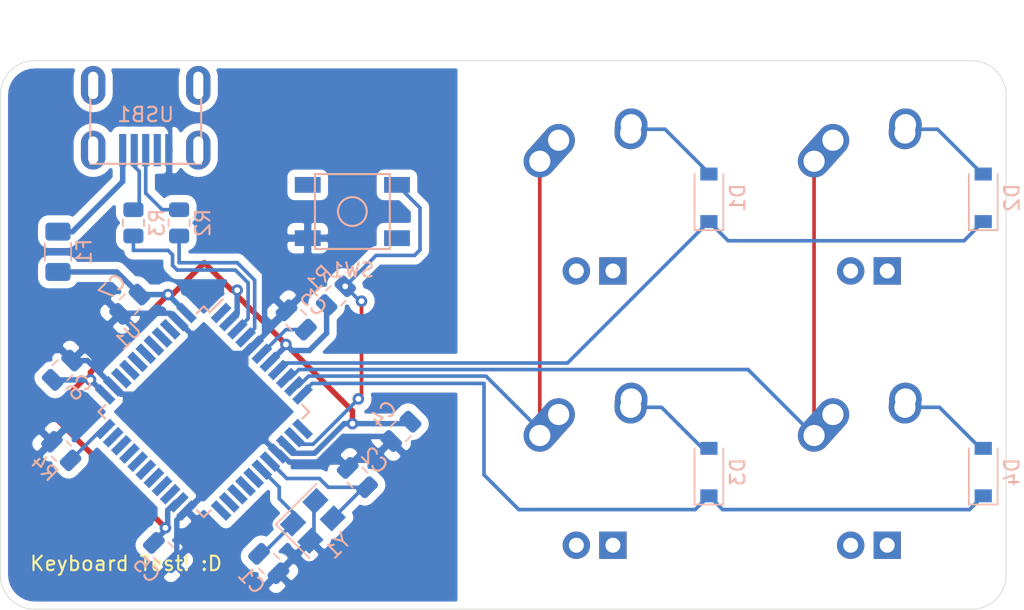
<source format=kicad_pcb>
(kicad_pcb (version 20171130) (host pcbnew "(5.1.9)-1")

  (general
    (thickness 1.6)
    (drawings 9)
    (tracks 214)
    (zones 0)
    (modules 24)
    (nets 53)
  )

  (page A4)
  (layers
    (0 F.Cu signal)
    (31 B.Cu signal)
    (32 B.Adhes user)
    (33 F.Adhes user)
    (34 B.Paste user)
    (35 F.Paste user)
    (36 B.SilkS user)
    (37 F.SilkS user)
    (38 B.Mask user)
    (39 F.Mask user)
    (40 Dwgs.User user)
    (41 Cmts.User user)
    (42 Eco1.User user)
    (43 Eco2.User user)
    (44 Edge.Cuts user)
    (45 Margin user)
    (46 B.CrtYd user)
    (47 F.CrtYd user)
    (48 B.Fab user)
    (49 F.Fab user)
  )

  (setup
    (last_trace_width 0.254)
    (trace_clearance 0.2)
    (zone_clearance 0.508)
    (zone_45_only no)
    (trace_min 0.2)
    (via_size 0.8)
    (via_drill 0.4)
    (via_min_size 0.4)
    (via_min_drill 0.3)
    (uvia_size 0.3)
    (uvia_drill 0.1)
    (uvias_allowed no)
    (uvia_min_size 0.2)
    (uvia_min_drill 0.1)
    (edge_width 0.05)
    (segment_width 0.2)
    (pcb_text_width 0.3)
    (pcb_text_size 1.5 1.5)
    (mod_edge_width 0.12)
    (mod_text_size 1 1)
    (mod_text_width 0.15)
    (pad_size 1.524 1.524)
    (pad_drill 0.762)
    (pad_to_mask_clearance 0)
    (aux_axis_origin 0 0)
    (visible_elements FFFFFF7F)
    (pcbplotparams
      (layerselection 0x010fc_ffffffff)
      (usegerberextensions false)
      (usegerberattributes true)
      (usegerberadvancedattributes true)
      (creategerberjobfile true)
      (excludeedgelayer true)
      (linewidth 0.100000)
      (plotframeref false)
      (viasonmask false)
      (mode 1)
      (useauxorigin false)
      (hpglpennumber 1)
      (hpglpenspeed 20)
      (hpglpendiameter 15.000000)
      (psnegative false)
      (psa4output false)
      (plotreference true)
      (plotvalue true)
      (plotinvisibletext false)
      (padsonsilk false)
      (subtractmaskfromsilk false)
      (outputformat 1)
      (mirror false)
      (drillshape 1)
      (scaleselection 1)
      (outputdirectory ""))
  )

  (net 0 "")
  (net 1 GND)
  (net 2 "Net-(C1-Pad1)")
  (net 3 "Net-(C2-Pad1)")
  (net 4 "Net-(C3-Pad1)")
  (net 5 +5V)
  (net 6 "Net-(D1-Pad2)")
  (net 7 ROW0)
  (net 8 "Net-(D2-Pad2)")
  (net 9 "Net-(D3-Pad2)")
  (net 10 ROW1)
  (net 11 "Net-(D4-Pad2)")
  (net 12 VCC)
  (net 13 "Net-(MX1-Pad4)")
  (net 14 "Net-(MX1-Pad3)")
  (net 15 COL0)
  (net 16 "Net-(MX2-Pad4)")
  (net 17 "Net-(MX2-Pad3)")
  (net 18 COL1)
  (net 19 "Net-(MX3-Pad4)")
  (net 20 "Net-(MX3-Pad3)")
  (net 21 "Net-(MX4-Pad4)")
  (net 22 "Net-(MX4-Pad3)")
  (net 23 "Net-(R1-Pad1)")
  (net 24 D+)
  (net 25 "Net-(R2-Pad1)")
  (net 26 D-)
  (net 27 "Net-(R3-Pad1)")
  (net 28 "Net-(R4-Pad2)")
  (net 29 "Net-(U1-Pad42)")
  (net 30 "Net-(U1-Pad41)")
  (net 31 "Net-(U1-Pad40)")
  (net 32 "Net-(U1-Pad39)")
  (net 33 "Net-(U1-Pad38)")
  (net 34 "Net-(U1-Pad37)")
  (net 35 "Net-(U1-Pad36)")
  (net 36 "Net-(U1-Pad32)")
  (net 37 "Net-(U1-Pad31)")
  (net 38 "Net-(U1-Pad30)")
  (net 39 "Net-(U1-Pad29)")
  (net 40 "Net-(U1-Pad28)")
  (net 41 "Net-(U1-Pad27)")
  (net 42 "Net-(U1-Pad26)")
  (net 43 "Net-(U1-Pad25)")
  (net 44 "Net-(U1-Pad22)")
  (net 45 "Net-(U1-Pad21)")
  (net 46 "Net-(U1-Pad20)")
  (net 47 "Net-(U1-Pad19)")
  (net 48 "Net-(U1-Pad18)")
  (net 49 "Net-(U1-Pad12)")
  (net 50 "Net-(U1-Pad1)")
  (net 51 "Net-(USB1-Pad6)")
  (net 52 "Net-(USB1-Pad2)")

  (net_class Default "This is the default net class."
    (clearance 0.2)
    (trace_width 0.254)
    (via_dia 0.8)
    (via_drill 0.4)
    (uvia_dia 0.3)
    (uvia_drill 0.1)
    (add_net COL0)
    (add_net COL1)
    (add_net D+)
    (add_net D-)
    (add_net "Net-(C1-Pad1)")
    (add_net "Net-(C2-Pad1)")
    (add_net "Net-(C3-Pad1)")
    (add_net "Net-(D1-Pad2)")
    (add_net "Net-(D2-Pad2)")
    (add_net "Net-(D3-Pad2)")
    (add_net "Net-(D4-Pad2)")
    (add_net "Net-(MX1-Pad3)")
    (add_net "Net-(MX1-Pad4)")
    (add_net "Net-(MX2-Pad3)")
    (add_net "Net-(MX2-Pad4)")
    (add_net "Net-(MX3-Pad3)")
    (add_net "Net-(MX3-Pad4)")
    (add_net "Net-(MX4-Pad3)")
    (add_net "Net-(MX4-Pad4)")
    (add_net "Net-(R1-Pad1)")
    (add_net "Net-(R2-Pad1)")
    (add_net "Net-(R3-Pad1)")
    (add_net "Net-(R4-Pad2)")
    (add_net "Net-(U1-Pad1)")
    (add_net "Net-(U1-Pad12)")
    (add_net "Net-(U1-Pad18)")
    (add_net "Net-(U1-Pad19)")
    (add_net "Net-(U1-Pad20)")
    (add_net "Net-(U1-Pad21)")
    (add_net "Net-(U1-Pad22)")
    (add_net "Net-(U1-Pad25)")
    (add_net "Net-(U1-Pad26)")
    (add_net "Net-(U1-Pad27)")
    (add_net "Net-(U1-Pad28)")
    (add_net "Net-(U1-Pad29)")
    (add_net "Net-(U1-Pad30)")
    (add_net "Net-(U1-Pad31)")
    (add_net "Net-(U1-Pad32)")
    (add_net "Net-(U1-Pad36)")
    (add_net "Net-(U1-Pad37)")
    (add_net "Net-(U1-Pad38)")
    (add_net "Net-(U1-Pad39)")
    (add_net "Net-(U1-Pad40)")
    (add_net "Net-(U1-Pad41)")
    (add_net "Net-(U1-Pad42)")
    (add_net "Net-(USB1-Pad2)")
    (add_net "Net-(USB1-Pad6)")
    (add_net ROW0)
    (add_net ROW1)
  )

  (net_class Power ""
    (clearance 0.2)
    (trace_width 0.381)
    (via_dia 0.8)
    (via_drill 0.4)
    (uvia_dia 0.3)
    (uvia_drill 0.1)
    (add_net +5V)
    (add_net GND)
    (add_net VCC)
  )

  (module Crystal:Crystal_SMD_3225-4Pin_3.2x2.5mm (layer B.Cu) (tedit 5A0FD1B2) (tstamp 601A4E6E)
    (at 77.26825 119.2775 45)
    (descr "SMD Crystal SERIES SMD3225/4 http://www.txccrystal.com/images/pdf/7m-accuracy.pdf, 3.2x2.5mm^2 package")
    (tags "SMD SMT crystal")
    (path /601E4EBA)
    (attr smd)
    (fp_text reference Y1 (at 0 2.45 45) (layer B.SilkS)
      (effects (font (size 1 1) (thickness 0.15)) (justify mirror))
    )
    (fp_text value 16MHz (at 0 -2.45 45) (layer B.Fab)
      (effects (font (size 1 1) (thickness 0.15)) (justify mirror))
    )
    (fp_line (start 2.1 1.7) (end -2.1 1.7) (layer B.CrtYd) (width 0.05))
    (fp_line (start 2.1 -1.7) (end 2.1 1.7) (layer B.CrtYd) (width 0.05))
    (fp_line (start -2.1 -1.7) (end 2.1 -1.7) (layer B.CrtYd) (width 0.05))
    (fp_line (start -2.1 1.7) (end -2.1 -1.7) (layer B.CrtYd) (width 0.05))
    (fp_line (start -2 -1.65) (end 2 -1.65) (layer B.SilkS) (width 0.12))
    (fp_line (start -2 1.65) (end -2 -1.65) (layer B.SilkS) (width 0.12))
    (fp_line (start -1.6 -0.25) (end -0.6 -1.25) (layer B.Fab) (width 0.1))
    (fp_line (start 1.6 1.25) (end -1.6 1.25) (layer B.Fab) (width 0.1))
    (fp_line (start 1.6 -1.25) (end 1.6 1.25) (layer B.Fab) (width 0.1))
    (fp_line (start -1.6 -1.25) (end 1.6 -1.25) (layer B.Fab) (width 0.1))
    (fp_line (start -1.6 1.25) (end -1.6 -1.25) (layer B.Fab) (width 0.1))
    (fp_text user %R (at 0 0 45) (layer B.Fab)
      (effects (font (size 0.7 0.7) (thickness 0.105)) (justify mirror))
    )
    (pad 1 smd rect (at -1.1 -0.85 45) (size 1.4 1.2) (layers B.Cu B.Paste B.Mask)
      (net 2 "Net-(C1-Pad1)"))
    (pad 2 smd rect (at 1.1 -0.85 45) (size 1.4 1.2) (layers B.Cu B.Paste B.Mask)
      (net 1 GND))
    (pad 3 smd rect (at 1.1 0.85 45) (size 1.4 1.2) (layers B.Cu B.Paste B.Mask)
      (net 3 "Net-(C2-Pad1)"))
    (pad 4 smd rect (at -1.1 0.85 45) (size 1.4 1.2) (layers B.Cu B.Paste B.Mask)
      (net 1 GND))
    (model ${KISYS3DMOD}/Crystal.3dshapes/Crystal_SMD_3225-4Pin_3.2x2.5mm.wrl
      (at (xyz 0 0 0))
      (scale (xyz 1 1 1))
      (rotate (xyz 0 0 0))
    )
  )

  (module random-keyboard-parts:Molex-0548190589 (layer B.Cu) (tedit 5C494815) (tstamp 601A3498)
    (at 65.659 89.027 270)
    (path /60201431)
    (attr smd)
    (fp_text reference USB1 (at 2.032 0) (layer B.SilkS)
      (effects (font (size 1 1) (thickness 0.15)) (justify mirror))
    )
    (fp_text value Molex-0548190589 (at -5.08 0) (layer Dwgs.User)
      (effects (font (size 1 1) (thickness 0.15)))
    )
    (fp_line (start 3.25 1.25) (end 5.5 1.25) (layer B.CrtYd) (width 0.15))
    (fp_line (start 5.5 0.5) (end 3.25 0.5) (layer B.CrtYd) (width 0.15))
    (fp_line (start 3.25 -0.5) (end 5.5 -0.5) (layer B.CrtYd) (width 0.15))
    (fp_line (start 5.5 -1.25) (end 3.25 -1.25) (layer B.CrtYd) (width 0.15))
    (fp_line (start 3.25 -2) (end 5.5 -2) (layer B.CrtYd) (width 0.15))
    (fp_line (start 3.25 2) (end 3.25 -2) (layer B.CrtYd) (width 0.15))
    (fp_line (start 5.5 2) (end 3.25 2) (layer B.CrtYd) (width 0.15))
    (fp_line (start -3.75 -3.75) (end -3.75 3.75) (layer B.CrtYd) (width 0.15))
    (fp_line (start 5.5 -3.75) (end -3.75 -3.75) (layer B.CrtYd) (width 0.15))
    (fp_line (start 5.5 3.75) (end 5.5 -3.75) (layer B.CrtYd) (width 0.15))
    (fp_line (start -3.75 3.75) (end 5.5 3.75) (layer B.CrtYd) (width 0.15))
    (fp_line (start 0 3.85) (end 5.45 3.85) (layer B.SilkS) (width 0.15))
    (fp_line (start 0 -3.85) (end 5.45 -3.85) (layer B.SilkS) (width 0.15))
    (fp_line (start 5.45 3.85) (end 5.45 -3.85) (layer B.SilkS) (width 0.15))
    (fp_line (start -3.75 3.85) (end 0 3.85) (layer Dwgs.User) (width 0.15))
    (fp_line (start -3.75 -3.85) (end 0 -3.85) (layer Dwgs.User) (width 0.15))
    (fp_line (start -1.75 4.572) (end -1.75 -4.572) (layer Dwgs.User) (width 0.15))
    (fp_line (start -3.75 3.85) (end -3.75 -3.85) (layer Dwgs.User) (width 0.15))
    (fp_text user %R (at 2 0) (layer B.CrtYd)
      (effects (font (size 1 1) (thickness 0.15)) (justify mirror))
    )
    (pad 1 smd rect (at 4.5 -1.6 270) (size 2.25 0.5) (layers B.Cu B.Paste B.Mask)
      (net 1 GND))
    (pad 2 smd rect (at 4.5 -0.8 270) (size 2.25 0.5) (layers B.Cu B.Paste B.Mask)
      (net 52 "Net-(USB1-Pad2)"))
    (pad 3 smd rect (at 4.5 0 270) (size 2.25 0.5) (layers B.Cu B.Paste B.Mask)
      (net 24 D+))
    (pad 4 smd rect (at 4.5 0.8 270) (size 2.25 0.5) (layers B.Cu B.Paste B.Mask)
      (net 26 D-))
    (pad 5 smd rect (at 4.5 1.6 270) (size 2.25 0.5) (layers B.Cu B.Paste B.Mask)
      (net 12 VCC))
    (pad 6 thru_hole oval (at 4.5 3.65 270) (size 2.7 1.7) (drill oval 1.9 0.7) (layers *.Cu *.Mask)
      (net 51 "Net-(USB1-Pad6)"))
    (pad 6 thru_hole oval (at 4.5 -3.65 270) (size 2.7 1.7) (drill oval 1.9 0.7) (layers *.Cu *.Mask)
      (net 51 "Net-(USB1-Pad6)"))
    (pad 6 thru_hole oval (at 0 -3.65 270) (size 2.7 1.7) (drill oval 1.9 0.7) (layers *.Cu *.Mask)
      (net 51 "Net-(USB1-Pad6)"))
    (pad 6 thru_hole oval (at 0 3.65 270) (size 2.7 1.7) (drill oval 1.9 0.7) (layers *.Cu *.Mask)
      (net 51 "Net-(USB1-Pad6)"))
  )

  (module Package_QFP:TQFP-44_10x10mm_P0.8mm (layer B.Cu) (tedit 5A02F146) (tstamp 601A3478)
    (at 69.69125 111.6965 225)
    (descr "44-Lead Plastic Thin Quad Flatpack (PT) - 10x10x1.0 mm Body [TQFP] (see Microchip Packaging Specification 00000049BS.pdf)")
    (tags "QFP 0.8")
    (path /6019CADE)
    (attr smd)
    (fp_text reference U1 (at 0 7.45 45) (layer B.SilkS)
      (effects (font (size 1 1) (thickness 0.15)) (justify mirror))
    )
    (fp_text value ATmega32U4-AU (at 0 -7.45 45) (layer B.Fab)
      (effects (font (size 1 1) (thickness 0.15)) (justify mirror))
    )
    (fp_line (start -5.175 4.6) (end -6.45 4.6) (layer B.SilkS) (width 0.15))
    (fp_line (start 5.175 5.175) (end 4.5 5.175) (layer B.SilkS) (width 0.15))
    (fp_line (start 5.175 -5.175) (end 4.5 -5.175) (layer B.SilkS) (width 0.15))
    (fp_line (start -5.175 -5.175) (end -4.5 -5.175) (layer B.SilkS) (width 0.15))
    (fp_line (start -5.175 5.175) (end -4.5 5.175) (layer B.SilkS) (width 0.15))
    (fp_line (start -5.175 -5.175) (end -5.175 -4.5) (layer B.SilkS) (width 0.15))
    (fp_line (start 5.175 -5.175) (end 5.175 -4.5) (layer B.SilkS) (width 0.15))
    (fp_line (start 5.175 5.175) (end 5.175 4.5) (layer B.SilkS) (width 0.15))
    (fp_line (start -5.175 5.175) (end -5.175 4.6) (layer B.SilkS) (width 0.15))
    (fp_line (start -6.7 -6.7) (end 6.7 -6.7) (layer B.CrtYd) (width 0.05))
    (fp_line (start -6.7 6.7) (end 6.7 6.7) (layer B.CrtYd) (width 0.05))
    (fp_line (start 6.7 6.7) (end 6.7 -6.7) (layer B.CrtYd) (width 0.05))
    (fp_line (start -6.7 6.7) (end -6.7 -6.7) (layer B.CrtYd) (width 0.05))
    (fp_line (start -5 4) (end -4 5) (layer B.Fab) (width 0.15))
    (fp_line (start -5 -5) (end -5 4) (layer B.Fab) (width 0.15))
    (fp_line (start 5 -5) (end -5 -5) (layer B.Fab) (width 0.15))
    (fp_line (start 5 5) (end 5 -5) (layer B.Fab) (width 0.15))
    (fp_line (start -4 5) (end 5 5) (layer B.Fab) (width 0.15))
    (fp_text user %R (at 0 0 45) (layer B.Fab)
      (effects (font (size 1 1) (thickness 0.15)) (justify mirror))
    )
    (pad 1 smd rect (at -5.7 4 225) (size 1.5 0.55) (layers B.Cu B.Paste B.Mask)
      (net 50 "Net-(U1-Pad1)"))
    (pad 2 smd rect (at -5.7 3.2 225) (size 1.5 0.55) (layers B.Cu B.Paste B.Mask)
      (net 5 +5V))
    (pad 3 smd rect (at -5.7 2.4 225) (size 1.5 0.55) (layers B.Cu B.Paste B.Mask)
      (net 27 "Net-(R3-Pad1)"))
    (pad 4 smd rect (at -5.7 1.6 225) (size 1.5 0.55) (layers B.Cu B.Paste B.Mask)
      (net 25 "Net-(R2-Pad1)"))
    (pad 5 smd rect (at -5.7 0.8 225) (size 1.5 0.55) (layers B.Cu B.Paste B.Mask)
      (net 1 GND))
    (pad 6 smd rect (at -5.7 0 225) (size 1.5 0.55) (layers B.Cu B.Paste B.Mask)
      (net 4 "Net-(C3-Pad1)"))
    (pad 7 smd rect (at -5.7 -0.8 225) (size 1.5 0.55) (layers B.Cu B.Paste B.Mask)
      (net 5 +5V))
    (pad 8 smd rect (at -5.7 -1.6 225) (size 1.5 0.55) (layers B.Cu B.Paste B.Mask)
      (net 7 ROW0))
    (pad 9 smd rect (at -5.7 -2.4 225) (size 1.5 0.55) (layers B.Cu B.Paste B.Mask)
      (net 18 COL1))
    (pad 10 smd rect (at -5.7 -3.2 225) (size 1.5 0.55) (layers B.Cu B.Paste B.Mask)
      (net 15 COL0))
    (pad 11 smd rect (at -5.7 -4 225) (size 1.5 0.55) (layers B.Cu B.Paste B.Mask)
      (net 10 ROW1))
    (pad 12 smd rect (at -4 -5.7 135) (size 1.5 0.55) (layers B.Cu B.Paste B.Mask)
      (net 49 "Net-(U1-Pad12)"))
    (pad 13 smd rect (at -3.2 -5.7 135) (size 1.5 0.55) (layers B.Cu B.Paste B.Mask)
      (net 23 "Net-(R1-Pad1)"))
    (pad 14 smd rect (at -2.4 -5.7 135) (size 1.5 0.55) (layers B.Cu B.Paste B.Mask)
      (net 5 +5V))
    (pad 15 smd rect (at -1.6 -5.7 135) (size 1.5 0.55) (layers B.Cu B.Paste B.Mask)
      (net 1 GND))
    (pad 16 smd rect (at -0.8 -5.7 135) (size 1.5 0.55) (layers B.Cu B.Paste B.Mask)
      (net 3 "Net-(C2-Pad1)"))
    (pad 17 smd rect (at 0 -5.7 135) (size 1.5 0.55) (layers B.Cu B.Paste B.Mask)
      (net 2 "Net-(C1-Pad1)"))
    (pad 18 smd rect (at 0.8 -5.7 135) (size 1.5 0.55) (layers B.Cu B.Paste B.Mask)
      (net 48 "Net-(U1-Pad18)"))
    (pad 19 smd rect (at 1.6 -5.7 135) (size 1.5 0.55) (layers B.Cu B.Paste B.Mask)
      (net 47 "Net-(U1-Pad19)"))
    (pad 20 smd rect (at 2.4 -5.7 135) (size 1.5 0.55) (layers B.Cu B.Paste B.Mask)
      (net 46 "Net-(U1-Pad20)"))
    (pad 21 smd rect (at 3.2 -5.7 135) (size 1.5 0.55) (layers B.Cu B.Paste B.Mask)
      (net 45 "Net-(U1-Pad21)"))
    (pad 22 smd rect (at 4 -5.7 135) (size 1.5 0.55) (layers B.Cu B.Paste B.Mask)
      (net 44 "Net-(U1-Pad22)"))
    (pad 23 smd rect (at 5.7 -4 225) (size 1.5 0.55) (layers B.Cu B.Paste B.Mask)
      (net 1 GND))
    (pad 24 smd rect (at 5.7 -3.2 225) (size 1.5 0.55) (layers B.Cu B.Paste B.Mask)
      (net 5 +5V))
    (pad 25 smd rect (at 5.7 -2.4 225) (size 1.5 0.55) (layers B.Cu B.Paste B.Mask)
      (net 43 "Net-(U1-Pad25)"))
    (pad 26 smd rect (at 5.7 -1.6 225) (size 1.5 0.55) (layers B.Cu B.Paste B.Mask)
      (net 42 "Net-(U1-Pad26)"))
    (pad 27 smd rect (at 5.7 -0.8 225) (size 1.5 0.55) (layers B.Cu B.Paste B.Mask)
      (net 41 "Net-(U1-Pad27)"))
    (pad 28 smd rect (at 5.7 0 225) (size 1.5 0.55) (layers B.Cu B.Paste B.Mask)
      (net 40 "Net-(U1-Pad28)"))
    (pad 29 smd rect (at 5.7 0.8 225) (size 1.5 0.55) (layers B.Cu B.Paste B.Mask)
      (net 39 "Net-(U1-Pad29)"))
    (pad 30 smd rect (at 5.7 1.6 225) (size 1.5 0.55) (layers B.Cu B.Paste B.Mask)
      (net 38 "Net-(U1-Pad30)"))
    (pad 31 smd rect (at 5.7 2.4 225) (size 1.5 0.55) (layers B.Cu B.Paste B.Mask)
      (net 37 "Net-(U1-Pad31)"))
    (pad 32 smd rect (at 5.7 3.2 225) (size 1.5 0.55) (layers B.Cu B.Paste B.Mask)
      (net 36 "Net-(U1-Pad32)"))
    (pad 33 smd rect (at 5.7 4 225) (size 1.5 0.55) (layers B.Cu B.Paste B.Mask)
      (net 28 "Net-(R4-Pad2)"))
    (pad 34 smd rect (at 4 5.7 135) (size 1.5 0.55) (layers B.Cu B.Paste B.Mask)
      (net 5 +5V))
    (pad 35 smd rect (at 3.2 5.7 135) (size 1.5 0.55) (layers B.Cu B.Paste B.Mask)
      (net 1 GND))
    (pad 36 smd rect (at 2.4 5.7 135) (size 1.5 0.55) (layers B.Cu B.Paste B.Mask)
      (net 35 "Net-(U1-Pad36)"))
    (pad 37 smd rect (at 1.6 5.7 135) (size 1.5 0.55) (layers B.Cu B.Paste B.Mask)
      (net 34 "Net-(U1-Pad37)"))
    (pad 38 smd rect (at 0.8 5.7 135) (size 1.5 0.55) (layers B.Cu B.Paste B.Mask)
      (net 33 "Net-(U1-Pad38)"))
    (pad 39 smd rect (at 0 5.7 135) (size 1.5 0.55) (layers B.Cu B.Paste B.Mask)
      (net 32 "Net-(U1-Pad39)"))
    (pad 40 smd rect (at -0.8 5.7 135) (size 1.5 0.55) (layers B.Cu B.Paste B.Mask)
      (net 31 "Net-(U1-Pad40)"))
    (pad 41 smd rect (at -1.6 5.7 135) (size 1.5 0.55) (layers B.Cu B.Paste B.Mask)
      (net 30 "Net-(U1-Pad41)"))
    (pad 42 smd rect (at -2.4 5.7 135) (size 1.5 0.55) (layers B.Cu B.Paste B.Mask)
      (net 29 "Net-(U1-Pad42)"))
    (pad 43 smd rect (at -3.2 5.7 135) (size 1.5 0.55) (layers B.Cu B.Paste B.Mask)
      (net 1 GND))
    (pad 44 smd rect (at -4 5.7 135) (size 1.5 0.55) (layers B.Cu B.Paste B.Mask)
      (net 5 +5V))
    (model ${KISYS3DMOD}/Package_QFP.3dshapes/TQFP-44_10x10mm_P0.8mm.wrl
      (at (xyz 0 0 0))
      (scale (xyz 1 1 1))
      (rotate (xyz 0 0 0))
    )
  )

  (module random-keyboard-parts:SKQG-1155865 (layer B.Cu) (tedit 5E62B398) (tstamp 601A3435)
    (at 80.01 97.79 180)
    (path /601F0025)
    (attr smd)
    (fp_text reference SW1 (at 0 -4.064) (layer B.SilkS)
      (effects (font (size 1 1) (thickness 0.15)) (justify mirror))
    )
    (fp_text value SW_Push (at 0 4.064) (layer B.Fab)
      (effects (font (size 1 1) (thickness 0.15)) (justify mirror))
    )
    (fp_line (start -2.6 2.6) (end 2.6 2.6) (layer B.SilkS) (width 0.15))
    (fp_line (start 2.6 2.6) (end 2.6 -2.6) (layer B.SilkS) (width 0.15))
    (fp_line (start 2.6 -2.6) (end -2.6 -2.6) (layer B.SilkS) (width 0.15))
    (fp_line (start -2.6 -2.6) (end -2.6 2.6) (layer B.SilkS) (width 0.15))
    (fp_circle (center 0 0) (end 1 0) (layer B.SilkS) (width 0.15))
    (fp_line (start -4.2 2.6) (end 4.2 2.6) (layer B.Fab) (width 0.15))
    (fp_line (start 4.2 2.6) (end 4.2 1.2) (layer B.Fab) (width 0.15))
    (fp_line (start 4.2 1.1) (end 2.6 1.1) (layer B.Fab) (width 0.15))
    (fp_line (start 2.6 1.1) (end 2.6 -1.1) (layer B.Fab) (width 0.15))
    (fp_line (start 2.6 -1.1) (end 4.2 -1.1) (layer B.Fab) (width 0.15))
    (fp_line (start 4.2 -1.1) (end 4.2 -2.6) (layer B.Fab) (width 0.15))
    (fp_line (start 4.2 -2.6) (end -4.2 -2.6) (layer B.Fab) (width 0.15))
    (fp_line (start -4.2 -2.6) (end -4.2 -1.1) (layer B.Fab) (width 0.15))
    (fp_line (start -4.2 -1.1) (end -2.6 -1.1) (layer B.Fab) (width 0.15))
    (fp_line (start -2.6 -1.1) (end -2.6 1.1) (layer B.Fab) (width 0.15))
    (fp_line (start -2.6 1.1) (end -4.2 1.1) (layer B.Fab) (width 0.15))
    (fp_line (start -4.2 1.1) (end -4.2 2.6) (layer B.Fab) (width 0.15))
    (fp_circle (center 0 0) (end 1 0) (layer B.Fab) (width 0.15))
    (fp_line (start -2.6 1.1) (end -1.1 2.6) (layer B.Fab) (width 0.15))
    (fp_line (start 2.6 1.1) (end 1.1 2.6) (layer B.Fab) (width 0.15))
    (fp_line (start 2.6 -1.1) (end 1.1 -2.6) (layer B.Fab) (width 0.15))
    (fp_line (start -2.6 -1.1) (end -1.1 -2.6) (layer B.Fab) (width 0.15))
    (pad 1 smd rect (at 3.1 -1.85 180) (size 1.8 1.1) (layers B.Cu B.Paste B.Mask)
      (net 1 GND))
    (pad 2 smd rect (at -3.1 1.85 180) (size 1.8 1.1) (layers B.Cu B.Paste B.Mask)
      (net 23 "Net-(R1-Pad1)"))
    (pad 3 smd rect (at 3.1 1.85 180) (size 1.8 1.1) (layers B.Cu B.Paste B.Mask))
    (pad 4 smd rect (at -3.1 -1.85 180) (size 1.8 1.1) (layers B.Cu B.Paste B.Mask))
    (model ${KISYS3DMOD}/Button_Switch_SMD.3dshapes/SW_SPST_TL3342.step
      (at (xyz 0 0 0))
      (scale (xyz 1 1 1))
      (rotate (xyz 0 0 0))
    )
  )

  (module Resistor_SMD:R_0805_2012Metric (layer B.Cu) (tedit 5F68FEEE) (tstamp 601A3417)
    (at 59.7935 114.427 315)
    (descr "Resistor SMD 0805 (2012 Metric), square (rectangular) end terminal, IPC_7351 nominal, (Body size source: IPC-SM-782 page 72, https://www.pcb-3d.com/wordpress/wp-content/uploads/ipc-sm-782a_amendment_1_and_2.pdf), generated with kicad-footprint-generator")
    (tags resistor)
    (path /601AE975)
    (attr smd)
    (fp_text reference R4 (at 0 1.65 315) (layer B.SilkS)
      (effects (font (size 1 1) (thickness 0.15)) (justify mirror))
    )
    (fp_text value 10k (at 0 -1.65 315) (layer B.Fab)
      (effects (font (size 1 1) (thickness 0.15)) (justify mirror))
    )
    (fp_line (start 1.68 -0.95) (end -1.68 -0.95) (layer B.CrtYd) (width 0.05))
    (fp_line (start 1.68 0.95) (end 1.68 -0.95) (layer B.CrtYd) (width 0.05))
    (fp_line (start -1.68 0.95) (end 1.68 0.95) (layer B.CrtYd) (width 0.05))
    (fp_line (start -1.68 -0.95) (end -1.68 0.95) (layer B.CrtYd) (width 0.05))
    (fp_line (start -0.227064 -0.735) (end 0.227064 -0.735) (layer B.SilkS) (width 0.12))
    (fp_line (start -0.227064 0.735) (end 0.227064 0.735) (layer B.SilkS) (width 0.12))
    (fp_line (start 1 -0.625) (end -1 -0.625) (layer B.Fab) (width 0.1))
    (fp_line (start 1 0.625) (end 1 -0.625) (layer B.Fab) (width 0.1))
    (fp_line (start -1 0.625) (end 1 0.625) (layer B.Fab) (width 0.1))
    (fp_line (start -1 -0.625) (end -1 0.625) (layer B.Fab) (width 0.1))
    (fp_text user %R (at 0 0 315) (layer B.Fab)
      (effects (font (size 0.5 0.5) (thickness 0.08)) (justify mirror))
    )
    (pad 1 smd roundrect (at -0.9125 0 315) (size 1.025 1.4) (layers B.Cu B.Paste B.Mask) (roundrect_rratio 0.243902)
      (net 1 GND))
    (pad 2 smd roundrect (at 0.9125 0 315) (size 1.025 1.4) (layers B.Cu B.Paste B.Mask) (roundrect_rratio 0.243902)
      (net 28 "Net-(R4-Pad2)"))
    (model ${KISYS3DMOD}/Resistor_SMD.3dshapes/R_0805_2012Metric.wrl
      (at (xyz 0 0 0))
      (scale (xyz 1 1 1))
      (rotate (xyz 0 0 0))
    )
  )

  (module Resistor_SMD:R_0805_2012Metric (layer B.Cu) (tedit 5F68FEEE) (tstamp 601A7049)
    (at 64.80175 98.5755 90)
    (descr "Resistor SMD 0805 (2012 Metric), square (rectangular) end terminal, IPC_7351 nominal, (Body size source: IPC-SM-782 page 72, https://www.pcb-3d.com/wordpress/wp-content/uploads/ipc-sm-782a_amendment_1_and_2.pdf), generated with kicad-footprint-generator")
    (tags resistor)
    (path /601C0032)
    (attr smd)
    (fp_text reference R3 (at 0 1.65 270) (layer B.SilkS)
      (effects (font (size 1 1) (thickness 0.15)) (justify mirror))
    )
    (fp_text value 22 (at 0 -1.65 270) (layer B.Fab)
      (effects (font (size 1 1) (thickness 0.15)) (justify mirror))
    )
    (fp_line (start 1.68 -0.95) (end -1.68 -0.95) (layer B.CrtYd) (width 0.05))
    (fp_line (start 1.68 0.95) (end 1.68 -0.95) (layer B.CrtYd) (width 0.05))
    (fp_line (start -1.68 0.95) (end 1.68 0.95) (layer B.CrtYd) (width 0.05))
    (fp_line (start -1.68 -0.95) (end -1.68 0.95) (layer B.CrtYd) (width 0.05))
    (fp_line (start -0.227064 -0.735) (end 0.227064 -0.735) (layer B.SilkS) (width 0.12))
    (fp_line (start -0.227064 0.735) (end 0.227064 0.735) (layer B.SilkS) (width 0.12))
    (fp_line (start 1 -0.625) (end -1 -0.625) (layer B.Fab) (width 0.1))
    (fp_line (start 1 0.625) (end 1 -0.625) (layer B.Fab) (width 0.1))
    (fp_line (start -1 0.625) (end 1 0.625) (layer B.Fab) (width 0.1))
    (fp_line (start -1 -0.625) (end -1 0.625) (layer B.Fab) (width 0.1))
    (fp_text user %R (at 0 0 270) (layer B.Fab)
      (effects (font (size 0.5 0.5) (thickness 0.08)) (justify mirror))
    )
    (pad 1 smd roundrect (at -0.9125 0 90) (size 1.025 1.4) (layers B.Cu B.Paste B.Mask) (roundrect_rratio 0.243902)
      (net 27 "Net-(R3-Pad1)"))
    (pad 2 smd roundrect (at 0.9125 0 90) (size 1.025 1.4) (layers B.Cu B.Paste B.Mask) (roundrect_rratio 0.243902)
      (net 26 D-))
    (model ${KISYS3DMOD}/Resistor_SMD.3dshapes/R_0805_2012Metric.wrl
      (at (xyz 0 0 0))
      (scale (xyz 1 1 1))
      (rotate (xyz 0 0 0))
    )
  )

  (module Resistor_SMD:R_0805_2012Metric (layer B.Cu) (tedit 5F68FEEE) (tstamp 601A7079)
    (at 67.97675 98.5755 90)
    (descr "Resistor SMD 0805 (2012 Metric), square (rectangular) end terminal, IPC_7351 nominal, (Body size source: IPC-SM-782 page 72, https://www.pcb-3d.com/wordpress/wp-content/uploads/ipc-sm-782a_amendment_1_and_2.pdf), generated with kicad-footprint-generator")
    (tags resistor)
    (path /601BECBF)
    (attr smd)
    (fp_text reference R2 (at 0 1.65 270) (layer B.SilkS)
      (effects (font (size 1 1) (thickness 0.15)) (justify mirror))
    )
    (fp_text value 22 (at 0 -1.65 270) (layer B.Fab)
      (effects (font (size 1 1) (thickness 0.15)) (justify mirror))
    )
    (fp_line (start 1.68 -0.95) (end -1.68 -0.95) (layer B.CrtYd) (width 0.05))
    (fp_line (start 1.68 0.95) (end 1.68 -0.95) (layer B.CrtYd) (width 0.05))
    (fp_line (start -1.68 0.95) (end 1.68 0.95) (layer B.CrtYd) (width 0.05))
    (fp_line (start -1.68 -0.95) (end -1.68 0.95) (layer B.CrtYd) (width 0.05))
    (fp_line (start -0.227064 -0.735) (end 0.227064 -0.735) (layer B.SilkS) (width 0.12))
    (fp_line (start -0.227064 0.735) (end 0.227064 0.735) (layer B.SilkS) (width 0.12))
    (fp_line (start 1 -0.625) (end -1 -0.625) (layer B.Fab) (width 0.1))
    (fp_line (start 1 0.625) (end 1 -0.625) (layer B.Fab) (width 0.1))
    (fp_line (start -1 0.625) (end 1 0.625) (layer B.Fab) (width 0.1))
    (fp_line (start -1 -0.625) (end -1 0.625) (layer B.Fab) (width 0.1))
    (fp_text user %R (at 0 0 270) (layer B.Fab)
      (effects (font (size 0.5 0.5) (thickness 0.08)) (justify mirror))
    )
    (pad 1 smd roundrect (at -0.9125 0 90) (size 1.025 1.4) (layers B.Cu B.Paste B.Mask) (roundrect_rratio 0.243902)
      (net 25 "Net-(R2-Pad1)"))
    (pad 2 smd roundrect (at 0.9125 0 90) (size 1.025 1.4) (layers B.Cu B.Paste B.Mask) (roundrect_rratio 0.243902)
      (net 24 D+))
    (model ${KISYS3DMOD}/Resistor_SMD.3dshapes/R_0805_2012Metric.wrl
      (at (xyz 0 0 0))
      (scale (xyz 1 1 1))
      (rotate (xyz 0 0 0))
    )
  )

  (module Resistor_SMD:R_0805_2012Metric (layer B.Cu) (tedit 5F68FEEE) (tstamp 601A33E4)
    (at 78.867 103.632 225)
    (descr "Resistor SMD 0805 (2012 Metric), square (rectangular) end terminal, IPC_7351 nominal, (Body size source: IPC-SM-782 page 72, https://www.pcb-3d.com/wordpress/wp-content/uploads/ipc-sm-782a_amendment_1_and_2.pdf), generated with kicad-footprint-generator")
    (tags resistor)
    (path /601F85BD)
    (attr smd)
    (fp_text reference R1 (at 0 1.65 45) (layer B.SilkS)
      (effects (font (size 1 1) (thickness 0.15)) (justify mirror))
    )
    (fp_text value 10k (at 0 -1.65 45) (layer B.Fab)
      (effects (font (size 1 1) (thickness 0.15)) (justify mirror))
    )
    (fp_text user %R (at 0 0 45) (layer B.Fab)
      (effects (font (size 0.5 0.5) (thickness 0.08)) (justify mirror))
    )
    (fp_line (start -1 -0.625) (end -1 0.625) (layer B.Fab) (width 0.1))
    (fp_line (start -1 0.625) (end 1 0.625) (layer B.Fab) (width 0.1))
    (fp_line (start 1 0.625) (end 1 -0.625) (layer B.Fab) (width 0.1))
    (fp_line (start 1 -0.625) (end -1 -0.625) (layer B.Fab) (width 0.1))
    (fp_line (start -0.227064 0.735) (end 0.227064 0.735) (layer B.SilkS) (width 0.12))
    (fp_line (start -0.227064 -0.735) (end 0.227064 -0.735) (layer B.SilkS) (width 0.12))
    (fp_line (start -1.68 -0.95) (end -1.68 0.95) (layer B.CrtYd) (width 0.05))
    (fp_line (start -1.68 0.95) (end 1.68 0.95) (layer B.CrtYd) (width 0.05))
    (fp_line (start 1.68 0.95) (end 1.68 -0.95) (layer B.CrtYd) (width 0.05))
    (fp_line (start 1.68 -0.95) (end -1.68 -0.95) (layer B.CrtYd) (width 0.05))
    (pad 2 smd roundrect (at 0.9125 0 225) (size 1.025 1.4) (layers B.Cu B.Paste B.Mask) (roundrect_rratio 0.243902)
      (net 5 +5V))
    (pad 1 smd roundrect (at -0.9125 0 225) (size 1.025 1.4) (layers B.Cu B.Paste B.Mask) (roundrect_rratio 0.243902)
      (net 23 "Net-(R1-Pad1)"))
    (model ${KISYS3DMOD}/Resistor_SMD.3dshapes/R_0805_2012Metric.wrl
      (at (xyz 0 0 0))
      (scale (xyz 1 1 1))
      (rotate (xyz 0 0 0))
    )
  )

  (module MX_Alps_Hybrid:MX-1U (layer F.Cu) (tedit 5A9F3A9A) (tstamp 601A33D3)
    (at 115.8875 115.8875)
    (path /602300BE)
    (fp_text reference MX4 (at 0 3.175) (layer Dwgs.User)
      (effects (font (size 1 1) (thickness 0.15)))
    )
    (fp_text value MX-LED (at 0 -7.9375) (layer Dwgs.User)
      (effects (font (size 1 1) (thickness 0.15)))
    )
    (fp_line (start -9.525 9.525) (end -9.525 -9.525) (layer Dwgs.User) (width 0.15))
    (fp_line (start 9.525 9.525) (end -9.525 9.525) (layer Dwgs.User) (width 0.15))
    (fp_line (start 9.525 -9.525) (end 9.525 9.525) (layer Dwgs.User) (width 0.15))
    (fp_line (start -9.525 -9.525) (end 9.525 -9.525) (layer Dwgs.User) (width 0.15))
    (fp_line (start -7 -7) (end -7 -5) (layer Dwgs.User) (width 0.15))
    (fp_line (start -5 -7) (end -7 -7) (layer Dwgs.User) (width 0.15))
    (fp_line (start -7 7) (end -5 7) (layer Dwgs.User) (width 0.15))
    (fp_line (start -7 5) (end -7 7) (layer Dwgs.User) (width 0.15))
    (fp_line (start 7 7) (end 7 5) (layer Dwgs.User) (width 0.15))
    (fp_line (start 5 7) (end 7 7) (layer Dwgs.User) (width 0.15))
    (fp_line (start 7 -7) (end 7 -5) (layer Dwgs.User) (width 0.15))
    (fp_line (start 5 -7) (end 7 -7) (layer Dwgs.User) (width 0.15))
    (pad 2 thru_hole oval (at 2.5 -4.5 86.0548) (size 2.831378 2.25) (drill 1.47 (offset 0.290689 0)) (layers *.Cu B.Mask)
      (net 11 "Net-(D4-Pad2)"))
    (pad 2 thru_hole circle (at 2.54 -5.08) (size 2.25 2.25) (drill 1.47) (layers *.Cu B.Mask)
      (net 11 "Net-(D4-Pad2)"))
    (pad 1 thru_hole oval (at -3.81 -2.54 48.0996) (size 4.211556 2.25) (drill 1.47 (offset 0.980778 0)) (layers *.Cu B.Mask)
      (net 18 COL1))
    (pad "" np_thru_hole circle (at 0 0) (size 3.9878 3.9878) (drill 3.9878) (layers *.Cu *.Mask))
    (pad 1 thru_hole circle (at -2.5 -4) (size 2.25 2.25) (drill 1.47) (layers *.Cu B.Mask)
      (net 18 COL1))
    (pad 3 thru_hole circle (at -1.27 5.08) (size 1.905 1.905) (drill 1.04) (layers *.Cu B.Mask)
      (net 22 "Net-(MX4-Pad3)"))
    (pad 4 thru_hole rect (at 1.27 5.08) (size 1.905 1.905) (drill 1.04) (layers *.Cu B.Mask)
      (net 21 "Net-(MX4-Pad4)"))
    (pad "" np_thru_hole circle (at -5.08 0 48.0996) (size 1.75 1.75) (drill 1.75) (layers *.Cu *.Mask))
    (pad "" np_thru_hole circle (at 5.08 0 48.0996) (size 1.75 1.75) (drill 1.75) (layers *.Cu *.Mask))
  )

  (module MX_Alps_Hybrid:MX-1U (layer F.Cu) (tedit 5A9F3A9A) (tstamp 601A33BA)
    (at 96.8375 115.8875)
    (path /6022E50D)
    (fp_text reference MX3 (at 0 3.175) (layer Dwgs.User)
      (effects (font (size 1 1) (thickness 0.15)))
    )
    (fp_text value MX-LED (at 0 -7.9375) (layer Dwgs.User)
      (effects (font (size 1 1) (thickness 0.15)))
    )
    (fp_line (start -9.525 9.525) (end -9.525 -9.525) (layer Dwgs.User) (width 0.15))
    (fp_line (start 9.525 9.525) (end -9.525 9.525) (layer Dwgs.User) (width 0.15))
    (fp_line (start 9.525 -9.525) (end 9.525 9.525) (layer Dwgs.User) (width 0.15))
    (fp_line (start -9.525 -9.525) (end 9.525 -9.525) (layer Dwgs.User) (width 0.15))
    (fp_line (start -7 -7) (end -7 -5) (layer Dwgs.User) (width 0.15))
    (fp_line (start -5 -7) (end -7 -7) (layer Dwgs.User) (width 0.15))
    (fp_line (start -7 7) (end -5 7) (layer Dwgs.User) (width 0.15))
    (fp_line (start -7 5) (end -7 7) (layer Dwgs.User) (width 0.15))
    (fp_line (start 7 7) (end 7 5) (layer Dwgs.User) (width 0.15))
    (fp_line (start 5 7) (end 7 7) (layer Dwgs.User) (width 0.15))
    (fp_line (start 7 -7) (end 7 -5) (layer Dwgs.User) (width 0.15))
    (fp_line (start 5 -7) (end 7 -7) (layer Dwgs.User) (width 0.15))
    (pad 2 thru_hole oval (at 2.5 -4.5 86.0548) (size 2.831378 2.25) (drill 1.47 (offset 0.290689 0)) (layers *.Cu B.Mask)
      (net 9 "Net-(D3-Pad2)"))
    (pad 2 thru_hole circle (at 2.54 -5.08) (size 2.25 2.25) (drill 1.47) (layers *.Cu B.Mask)
      (net 9 "Net-(D3-Pad2)"))
    (pad 1 thru_hole oval (at -3.81 -2.54 48.0996) (size 4.211556 2.25) (drill 1.47 (offset 0.980778 0)) (layers *.Cu B.Mask)
      (net 15 COL0))
    (pad "" np_thru_hole circle (at 0 0) (size 3.9878 3.9878) (drill 3.9878) (layers *.Cu *.Mask))
    (pad 1 thru_hole circle (at -2.5 -4) (size 2.25 2.25) (drill 1.47) (layers *.Cu B.Mask)
      (net 15 COL0))
    (pad 3 thru_hole circle (at -1.27 5.08) (size 1.905 1.905) (drill 1.04) (layers *.Cu B.Mask)
      (net 20 "Net-(MX3-Pad3)"))
    (pad 4 thru_hole rect (at 1.27 5.08) (size 1.905 1.905) (drill 1.04) (layers *.Cu B.Mask)
      (net 19 "Net-(MX3-Pad4)"))
    (pad "" np_thru_hole circle (at -5.08 0 48.0996) (size 1.75 1.75) (drill 1.75) (layers *.Cu *.Mask))
    (pad "" np_thru_hole circle (at 5.08 0 48.0996) (size 1.75 1.75) (drill 1.75) (layers *.Cu *.Mask))
  )

  (module MX_Alps_Hybrid:MX-1U (layer F.Cu) (tedit 5A9F3A9A) (tstamp 601A33A1)
    (at 115.8875 96.8375)
    (path /6022F793)
    (fp_text reference MX2 (at 0 3.175) (layer Dwgs.User)
      (effects (font (size 1 1) (thickness 0.15)))
    )
    (fp_text value MX-LED (at 0 -7.9375) (layer Dwgs.User)
      (effects (font (size 1 1) (thickness 0.15)))
    )
    (fp_line (start -9.525 9.525) (end -9.525 -9.525) (layer Dwgs.User) (width 0.15))
    (fp_line (start 9.525 9.525) (end -9.525 9.525) (layer Dwgs.User) (width 0.15))
    (fp_line (start 9.525 -9.525) (end 9.525 9.525) (layer Dwgs.User) (width 0.15))
    (fp_line (start -9.525 -9.525) (end 9.525 -9.525) (layer Dwgs.User) (width 0.15))
    (fp_line (start -7 -7) (end -7 -5) (layer Dwgs.User) (width 0.15))
    (fp_line (start -5 -7) (end -7 -7) (layer Dwgs.User) (width 0.15))
    (fp_line (start -7 7) (end -5 7) (layer Dwgs.User) (width 0.15))
    (fp_line (start -7 5) (end -7 7) (layer Dwgs.User) (width 0.15))
    (fp_line (start 7 7) (end 7 5) (layer Dwgs.User) (width 0.15))
    (fp_line (start 5 7) (end 7 7) (layer Dwgs.User) (width 0.15))
    (fp_line (start 7 -7) (end 7 -5) (layer Dwgs.User) (width 0.15))
    (fp_line (start 5 -7) (end 7 -7) (layer Dwgs.User) (width 0.15))
    (pad 2 thru_hole oval (at 2.5 -4.5 86.0548) (size 2.831378 2.25) (drill 1.47 (offset 0.290689 0)) (layers *.Cu B.Mask)
      (net 8 "Net-(D2-Pad2)"))
    (pad 2 thru_hole circle (at 2.54 -5.08) (size 2.25 2.25) (drill 1.47) (layers *.Cu B.Mask)
      (net 8 "Net-(D2-Pad2)"))
    (pad 1 thru_hole oval (at -3.81 -2.54 48.0996) (size 4.211556 2.25) (drill 1.47 (offset 0.980778 0)) (layers *.Cu B.Mask)
      (net 18 COL1))
    (pad "" np_thru_hole circle (at 0 0) (size 3.9878 3.9878) (drill 3.9878) (layers *.Cu *.Mask))
    (pad 1 thru_hole circle (at -2.5 -4) (size 2.25 2.25) (drill 1.47) (layers *.Cu B.Mask)
      (net 18 COL1))
    (pad 3 thru_hole circle (at -1.27 5.08) (size 1.905 1.905) (drill 1.04) (layers *.Cu B.Mask)
      (net 17 "Net-(MX2-Pad3)"))
    (pad 4 thru_hole rect (at 1.27 5.08) (size 1.905 1.905) (drill 1.04) (layers *.Cu B.Mask)
      (net 16 "Net-(MX2-Pad4)"))
    (pad "" np_thru_hole circle (at -5.08 0 48.0996) (size 1.75 1.75) (drill 1.75) (layers *.Cu *.Mask))
    (pad "" np_thru_hole circle (at 5.08 0 48.0996) (size 1.75 1.75) (drill 1.75) (layers *.Cu *.Mask))
  )

  (module MX_Alps_Hybrid:MX-1U (layer F.Cu) (tedit 5A9F3A9A) (tstamp 601A3388)
    (at 96.8375 96.8375)
    (path /602236CC)
    (fp_text reference MX1 (at 0 3.175) (layer Dwgs.User)
      (effects (font (size 1 1) (thickness 0.15)))
    )
    (fp_text value MX-LED (at 0 -7.9375) (layer Dwgs.User)
      (effects (font (size 1 1) (thickness 0.15)))
    )
    (fp_line (start -9.525 9.525) (end -9.525 -9.525) (layer Dwgs.User) (width 0.15))
    (fp_line (start 9.525 9.525) (end -9.525 9.525) (layer Dwgs.User) (width 0.15))
    (fp_line (start 9.525 -9.525) (end 9.525 9.525) (layer Dwgs.User) (width 0.15))
    (fp_line (start -9.525 -9.525) (end 9.525 -9.525) (layer Dwgs.User) (width 0.15))
    (fp_line (start -7 -7) (end -7 -5) (layer Dwgs.User) (width 0.15))
    (fp_line (start -5 -7) (end -7 -7) (layer Dwgs.User) (width 0.15))
    (fp_line (start -7 7) (end -5 7) (layer Dwgs.User) (width 0.15))
    (fp_line (start -7 5) (end -7 7) (layer Dwgs.User) (width 0.15))
    (fp_line (start 7 7) (end 7 5) (layer Dwgs.User) (width 0.15))
    (fp_line (start 5 7) (end 7 7) (layer Dwgs.User) (width 0.15))
    (fp_line (start 7 -7) (end 7 -5) (layer Dwgs.User) (width 0.15))
    (fp_line (start 5 -7) (end 7 -7) (layer Dwgs.User) (width 0.15))
    (pad 2 thru_hole oval (at 2.5 -4.5 86.0548) (size 2.831378 2.25) (drill 1.47 (offset 0.290689 0)) (layers *.Cu B.Mask)
      (net 6 "Net-(D1-Pad2)"))
    (pad 2 thru_hole circle (at 2.54 -5.08) (size 2.25 2.25) (drill 1.47) (layers *.Cu B.Mask)
      (net 6 "Net-(D1-Pad2)"))
    (pad 1 thru_hole oval (at -3.81 -2.54 48.0996) (size 4.211556 2.25) (drill 1.47 (offset 0.980778 0)) (layers *.Cu B.Mask)
      (net 15 COL0))
    (pad "" np_thru_hole circle (at 0 0) (size 3.9878 3.9878) (drill 3.9878) (layers *.Cu *.Mask))
    (pad 1 thru_hole circle (at -2.5 -4) (size 2.25 2.25) (drill 1.47) (layers *.Cu B.Mask)
      (net 15 COL0))
    (pad 3 thru_hole circle (at -1.27 5.08) (size 1.905 1.905) (drill 1.04) (layers *.Cu B.Mask)
      (net 14 "Net-(MX1-Pad3)"))
    (pad 4 thru_hole rect (at 1.27 5.08) (size 1.905 1.905) (drill 1.04) (layers *.Cu B.Mask)
      (net 13 "Net-(MX1-Pad4)"))
    (pad "" np_thru_hole circle (at -5.08 0 48.0996) (size 1.75 1.75) (drill 1.75) (layers *.Cu *.Mask))
    (pad "" np_thru_hole circle (at 5.08 0 48.0996) (size 1.75 1.75) (drill 1.75) (layers *.Cu *.Mask))
  )

  (module Fuse:Fuse_1206_3216Metric (layer B.Cu) (tedit 5F68FEF1) (tstamp 601A7482)
    (at 59.563 100.587 90)
    (descr "Fuse SMD 1206 (3216 Metric), square (rectangular) end terminal, IPC_7351 nominal, (Body size source: http://www.tortai-tech.com/upload/download/2011102023233369053.pdf), generated with kicad-footprint-generator")
    (tags fuse)
    (path /60210DDA)
    (attr smd)
    (fp_text reference F1 (at 0 1.82 90) (layer B.SilkS)
      (effects (font (size 1 1) (thickness 0.15)) (justify mirror))
    )
    (fp_text value 500mA (at 0 -1.82 90) (layer B.Fab)
      (effects (font (size 1 1) (thickness 0.15)) (justify mirror))
    )
    (fp_line (start 2.28 -1.12) (end -2.28 -1.12) (layer B.CrtYd) (width 0.05))
    (fp_line (start 2.28 1.12) (end 2.28 -1.12) (layer B.CrtYd) (width 0.05))
    (fp_line (start -2.28 1.12) (end 2.28 1.12) (layer B.CrtYd) (width 0.05))
    (fp_line (start -2.28 -1.12) (end -2.28 1.12) (layer B.CrtYd) (width 0.05))
    (fp_line (start -0.602064 -0.91) (end 0.602064 -0.91) (layer B.SilkS) (width 0.12))
    (fp_line (start -0.602064 0.91) (end 0.602064 0.91) (layer B.SilkS) (width 0.12))
    (fp_line (start 1.6 -0.8) (end -1.6 -0.8) (layer B.Fab) (width 0.1))
    (fp_line (start 1.6 0.8) (end 1.6 -0.8) (layer B.Fab) (width 0.1))
    (fp_line (start -1.6 0.8) (end 1.6 0.8) (layer B.Fab) (width 0.1))
    (fp_line (start -1.6 -0.8) (end -1.6 0.8) (layer B.Fab) (width 0.1))
    (fp_text user %R (at 0 0 90) (layer B.Fab)
      (effects (font (size 0.8 0.8) (thickness 0.12)) (justify mirror))
    )
    (pad 1 smd roundrect (at -1.4 0 90) (size 1.25 1.75) (layers B.Cu B.Paste B.Mask) (roundrect_rratio 0.2)
      (net 5 +5V))
    (pad 2 smd roundrect (at 1.4 0 90) (size 1.25 1.75) (layers B.Cu B.Paste B.Mask) (roundrect_rratio 0.2)
      (net 12 VCC))
    (model ${KISYS3DMOD}/Fuse.3dshapes/Fuse_1206_3216Metric.wrl
      (at (xyz 0 0 0))
      (scale (xyz 1 1 1))
      (rotate (xyz 0 0 0))
    )
  )

  (module Diode_SMD:D_SOD-123 (layer B.Cu) (tedit 58645DC7) (tstamp 601A335E)
    (at 123.825 115.8875 90)
    (descr SOD-123)
    (tags SOD-123)
    (path /6023E9FD)
    (attr smd)
    (fp_text reference D4 (at 0 2 90) (layer B.SilkS)
      (effects (font (size 1 1) (thickness 0.15)) (justify mirror))
    )
    (fp_text value SOD-123 (at 0 -2.1 90) (layer B.Fab)
      (effects (font (size 1 1) (thickness 0.15)) (justify mirror))
    )
    (fp_line (start -2.25 1) (end 1.65 1) (layer B.SilkS) (width 0.12))
    (fp_line (start -2.25 -1) (end 1.65 -1) (layer B.SilkS) (width 0.12))
    (fp_line (start -2.35 1.15) (end -2.35 -1.15) (layer B.CrtYd) (width 0.05))
    (fp_line (start 2.35 -1.15) (end -2.35 -1.15) (layer B.CrtYd) (width 0.05))
    (fp_line (start 2.35 1.15) (end 2.35 -1.15) (layer B.CrtYd) (width 0.05))
    (fp_line (start -2.35 1.15) (end 2.35 1.15) (layer B.CrtYd) (width 0.05))
    (fp_line (start -1.4 0.9) (end 1.4 0.9) (layer B.Fab) (width 0.1))
    (fp_line (start 1.4 0.9) (end 1.4 -0.9) (layer B.Fab) (width 0.1))
    (fp_line (start 1.4 -0.9) (end -1.4 -0.9) (layer B.Fab) (width 0.1))
    (fp_line (start -1.4 -0.9) (end -1.4 0.9) (layer B.Fab) (width 0.1))
    (fp_line (start -0.75 0) (end -0.35 0) (layer B.Fab) (width 0.1))
    (fp_line (start -0.35 0) (end -0.35 0.55) (layer B.Fab) (width 0.1))
    (fp_line (start -0.35 0) (end -0.35 -0.55) (layer B.Fab) (width 0.1))
    (fp_line (start -0.35 0) (end 0.25 0.4) (layer B.Fab) (width 0.1))
    (fp_line (start 0.25 0.4) (end 0.25 -0.4) (layer B.Fab) (width 0.1))
    (fp_line (start 0.25 -0.4) (end -0.35 0) (layer B.Fab) (width 0.1))
    (fp_line (start 0.25 0) (end 0.75 0) (layer B.Fab) (width 0.1))
    (fp_line (start -2.25 1) (end -2.25 -1) (layer B.SilkS) (width 0.12))
    (fp_text user %R (at 0 2 90) (layer B.Fab)
      (effects (font (size 1 1) (thickness 0.15)) (justify mirror))
    )
    (pad 1 smd rect (at -1.65 0 90) (size 0.9 1.2) (layers B.Cu B.Paste B.Mask)
      (net 10 ROW1))
    (pad 2 smd rect (at 1.65 0 90) (size 0.9 1.2) (layers B.Cu B.Paste B.Mask)
      (net 11 "Net-(D4-Pad2)"))
    (model ${KISYS3DMOD}/Diode_SMD.3dshapes/D_SOD-123.wrl
      (at (xyz 0 0 0))
      (scale (xyz 1 1 1))
      (rotate (xyz 0 0 0))
    )
  )

  (module Diode_SMD:D_SOD-123 (layer B.Cu) (tedit 58645DC7) (tstamp 601A3345)
    (at 104.775 115.8875 90)
    (descr SOD-123)
    (tags SOD-123)
    (path /6023CE78)
    (attr smd)
    (fp_text reference D3 (at 0 2 90) (layer B.SilkS)
      (effects (font (size 1 1) (thickness 0.15)) (justify mirror))
    )
    (fp_text value SOD-123 (at 0 -2.1 90) (layer B.Fab)
      (effects (font (size 1 1) (thickness 0.15)) (justify mirror))
    )
    (fp_line (start -2.25 1) (end 1.65 1) (layer B.SilkS) (width 0.12))
    (fp_line (start -2.25 -1) (end 1.65 -1) (layer B.SilkS) (width 0.12))
    (fp_line (start -2.35 1.15) (end -2.35 -1.15) (layer B.CrtYd) (width 0.05))
    (fp_line (start 2.35 -1.15) (end -2.35 -1.15) (layer B.CrtYd) (width 0.05))
    (fp_line (start 2.35 1.15) (end 2.35 -1.15) (layer B.CrtYd) (width 0.05))
    (fp_line (start -2.35 1.15) (end 2.35 1.15) (layer B.CrtYd) (width 0.05))
    (fp_line (start -1.4 0.9) (end 1.4 0.9) (layer B.Fab) (width 0.1))
    (fp_line (start 1.4 0.9) (end 1.4 -0.9) (layer B.Fab) (width 0.1))
    (fp_line (start 1.4 -0.9) (end -1.4 -0.9) (layer B.Fab) (width 0.1))
    (fp_line (start -1.4 -0.9) (end -1.4 0.9) (layer B.Fab) (width 0.1))
    (fp_line (start -0.75 0) (end -0.35 0) (layer B.Fab) (width 0.1))
    (fp_line (start -0.35 0) (end -0.35 0.55) (layer B.Fab) (width 0.1))
    (fp_line (start -0.35 0) (end -0.35 -0.55) (layer B.Fab) (width 0.1))
    (fp_line (start -0.35 0) (end 0.25 0.4) (layer B.Fab) (width 0.1))
    (fp_line (start 0.25 0.4) (end 0.25 -0.4) (layer B.Fab) (width 0.1))
    (fp_line (start 0.25 -0.4) (end -0.35 0) (layer B.Fab) (width 0.1))
    (fp_line (start 0.25 0) (end 0.75 0) (layer B.Fab) (width 0.1))
    (fp_line (start -2.25 1) (end -2.25 -1) (layer B.SilkS) (width 0.12))
    (fp_text user %R (at 0 2 90) (layer B.Fab)
      (effects (font (size 1 1) (thickness 0.15)) (justify mirror))
    )
    (pad 1 smd rect (at -1.65 0 90) (size 0.9 1.2) (layers B.Cu B.Paste B.Mask)
      (net 10 ROW1))
    (pad 2 smd rect (at 1.65 0 90) (size 0.9 1.2) (layers B.Cu B.Paste B.Mask)
      (net 9 "Net-(D3-Pad2)"))
    (model ${KISYS3DMOD}/Diode_SMD.3dshapes/D_SOD-123.wrl
      (at (xyz 0 0 0))
      (scale (xyz 1 1 1))
      (rotate (xyz 0 0 0))
    )
  )

  (module Diode_SMD:D_SOD-123 (layer B.Cu) (tedit 58645DC7) (tstamp 601A332C)
    (at 123.825 96.8375 90)
    (descr SOD-123)
    (tags SOD-123)
    (path /60238D53)
    (attr smd)
    (fp_text reference D2 (at 0 2 90) (layer B.SilkS)
      (effects (font (size 1 1) (thickness 0.15)) (justify mirror))
    )
    (fp_text value SOD-123 (at 0 -2.1 90) (layer B.Fab)
      (effects (font (size 1 1) (thickness 0.15)) (justify mirror))
    )
    (fp_line (start -2.25 1) (end 1.65 1) (layer B.SilkS) (width 0.12))
    (fp_line (start -2.25 -1) (end 1.65 -1) (layer B.SilkS) (width 0.12))
    (fp_line (start -2.35 1.15) (end -2.35 -1.15) (layer B.CrtYd) (width 0.05))
    (fp_line (start 2.35 -1.15) (end -2.35 -1.15) (layer B.CrtYd) (width 0.05))
    (fp_line (start 2.35 1.15) (end 2.35 -1.15) (layer B.CrtYd) (width 0.05))
    (fp_line (start -2.35 1.15) (end 2.35 1.15) (layer B.CrtYd) (width 0.05))
    (fp_line (start -1.4 0.9) (end 1.4 0.9) (layer B.Fab) (width 0.1))
    (fp_line (start 1.4 0.9) (end 1.4 -0.9) (layer B.Fab) (width 0.1))
    (fp_line (start 1.4 -0.9) (end -1.4 -0.9) (layer B.Fab) (width 0.1))
    (fp_line (start -1.4 -0.9) (end -1.4 0.9) (layer B.Fab) (width 0.1))
    (fp_line (start -0.75 0) (end -0.35 0) (layer B.Fab) (width 0.1))
    (fp_line (start -0.35 0) (end -0.35 0.55) (layer B.Fab) (width 0.1))
    (fp_line (start -0.35 0) (end -0.35 -0.55) (layer B.Fab) (width 0.1))
    (fp_line (start -0.35 0) (end 0.25 0.4) (layer B.Fab) (width 0.1))
    (fp_line (start 0.25 0.4) (end 0.25 -0.4) (layer B.Fab) (width 0.1))
    (fp_line (start 0.25 -0.4) (end -0.35 0) (layer B.Fab) (width 0.1))
    (fp_line (start 0.25 0) (end 0.75 0) (layer B.Fab) (width 0.1))
    (fp_line (start -2.25 1) (end -2.25 -1) (layer B.SilkS) (width 0.12))
    (fp_text user %R (at 0 2 90) (layer B.Fab)
      (effects (font (size 1 1) (thickness 0.15)) (justify mirror))
    )
    (pad 1 smd rect (at -1.65 0 90) (size 0.9 1.2) (layers B.Cu B.Paste B.Mask)
      (net 7 ROW0))
    (pad 2 smd rect (at 1.65 0 90) (size 0.9 1.2) (layers B.Cu B.Paste B.Mask)
      (net 8 "Net-(D2-Pad2)"))
    (model ${KISYS3DMOD}/Diode_SMD.3dshapes/D_SOD-123.wrl
      (at (xyz 0 0 0))
      (scale (xyz 1 1 1))
      (rotate (xyz 0 0 0))
    )
  )

  (module Diode_SMD:D_SOD-123 (layer B.Cu) (tedit 58645DC7) (tstamp 601A3313)
    (at 104.775 96.8375 90)
    (descr SOD-123)
    (tags SOD-123)
    (path /602357F9)
    (attr smd)
    (fp_text reference D1 (at 0 2 90) (layer B.SilkS)
      (effects (font (size 1 1) (thickness 0.15)) (justify mirror))
    )
    (fp_text value SOD-123 (at 0 -2.1 90) (layer B.Fab)
      (effects (font (size 1 1) (thickness 0.15)) (justify mirror))
    )
    (fp_line (start -2.25 1) (end 1.65 1) (layer B.SilkS) (width 0.12))
    (fp_line (start -2.25 -1) (end 1.65 -1) (layer B.SilkS) (width 0.12))
    (fp_line (start -2.35 1.15) (end -2.35 -1.15) (layer B.CrtYd) (width 0.05))
    (fp_line (start 2.35 -1.15) (end -2.35 -1.15) (layer B.CrtYd) (width 0.05))
    (fp_line (start 2.35 1.15) (end 2.35 -1.15) (layer B.CrtYd) (width 0.05))
    (fp_line (start -2.35 1.15) (end 2.35 1.15) (layer B.CrtYd) (width 0.05))
    (fp_line (start -1.4 0.9) (end 1.4 0.9) (layer B.Fab) (width 0.1))
    (fp_line (start 1.4 0.9) (end 1.4 -0.9) (layer B.Fab) (width 0.1))
    (fp_line (start 1.4 -0.9) (end -1.4 -0.9) (layer B.Fab) (width 0.1))
    (fp_line (start -1.4 -0.9) (end -1.4 0.9) (layer B.Fab) (width 0.1))
    (fp_line (start -0.75 0) (end -0.35 0) (layer B.Fab) (width 0.1))
    (fp_line (start -0.35 0) (end -0.35 0.55) (layer B.Fab) (width 0.1))
    (fp_line (start -0.35 0) (end -0.35 -0.55) (layer B.Fab) (width 0.1))
    (fp_line (start -0.35 0) (end 0.25 0.4) (layer B.Fab) (width 0.1))
    (fp_line (start 0.25 0.4) (end 0.25 -0.4) (layer B.Fab) (width 0.1))
    (fp_line (start 0.25 -0.4) (end -0.35 0) (layer B.Fab) (width 0.1))
    (fp_line (start 0.25 0) (end 0.75 0) (layer B.Fab) (width 0.1))
    (fp_line (start -2.25 1) (end -2.25 -1) (layer B.SilkS) (width 0.12))
    (fp_text user %R (at 0 2 90) (layer B.Fab)
      (effects (font (size 1 1) (thickness 0.15)) (justify mirror))
    )
    (pad 1 smd rect (at -1.65 0 90) (size 0.9 1.2) (layers B.Cu B.Paste B.Mask)
      (net 7 ROW0))
    (pad 2 smd rect (at 1.65 0 90) (size 0.9 1.2) (layers B.Cu B.Paste B.Mask)
      (net 6 "Net-(D1-Pad2)"))
    (model ${KISYS3DMOD}/Diode_SMD.3dshapes/D_SOD-123.wrl
      (at (xyz 0 0 0))
      (scale (xyz 1 1 1))
      (rotate (xyz 0 0 0))
    )
  )

  (module Capacitor_SMD:C_0805_2012Metric (layer B.Cu) (tedit 5F68FEEE) (tstamp 601A5715)
    (at 64.552751 104.230249 225)
    (descr "Capacitor SMD 0805 (2012 Metric), square (rectangular) end terminal, IPC_7351 nominal, (Body size source: IPC-SM-782 page 76, https://www.pcb-3d.com/wordpress/wp-content/uploads/ipc-sm-782a_amendment_1_and_2.pdf, https://docs.google.com/spreadsheets/d/1BsfQQcO9C6DZCsRaXUlFlo91Tg2WpOkGARC1WS5S8t0/edit?usp=sharing), generated with kicad-footprint-generator")
    (tags capacitor)
    (path /601C945D)
    (attr smd)
    (fp_text reference C7 (at 0 1.68 45) (layer B.SilkS)
      (effects (font (size 1 1) (thickness 0.15)) (justify mirror))
    )
    (fp_text value 10uF (at 0 -1.68 45) (layer B.Fab)
      (effects (font (size 1 1) (thickness 0.15)) (justify mirror))
    )
    (fp_line (start 1.7 -0.98) (end -1.7 -0.98) (layer B.CrtYd) (width 0.05))
    (fp_line (start 1.7 0.98) (end 1.7 -0.98) (layer B.CrtYd) (width 0.05))
    (fp_line (start -1.7 0.98) (end 1.7 0.98) (layer B.CrtYd) (width 0.05))
    (fp_line (start -1.7 -0.98) (end -1.7 0.98) (layer B.CrtYd) (width 0.05))
    (fp_line (start -0.261252 -0.735) (end 0.261252 -0.735) (layer B.SilkS) (width 0.12))
    (fp_line (start -0.261252 0.735) (end 0.261252 0.735) (layer B.SilkS) (width 0.12))
    (fp_line (start 1 -0.625) (end -1 -0.625) (layer B.Fab) (width 0.1))
    (fp_line (start 1 0.625) (end 1 -0.625) (layer B.Fab) (width 0.1))
    (fp_line (start -1 0.625) (end 1 0.625) (layer B.Fab) (width 0.1))
    (fp_line (start -1 -0.625) (end -1 0.625) (layer B.Fab) (width 0.1))
    (fp_text user %R (at 0 0 45) (layer B.Fab)
      (effects (font (size 0.5 0.5) (thickness 0.08)) (justify mirror))
    )
    (pad 1 smd roundrect (at -0.95 0 225) (size 1 1.45) (layers B.Cu B.Paste B.Mask) (roundrect_rratio 0.25)
      (net 5 +5V))
    (pad 2 smd roundrect (at 0.95 0 225) (size 1 1.45) (layers B.Cu B.Paste B.Mask) (roundrect_rratio 0.25)
      (net 1 GND))
    (model ${KISYS3DMOD}/Capacitor_SMD.3dshapes/C_0805_2012Metric.wrl
      (at (xyz 0 0 0))
      (scale (xyz 1 1 1))
      (rotate (xyz 0 0 0))
    )
  )

  (module Capacitor_SMD:C_0805_2012Metric (layer B.Cu) (tedit 5F68FEEE) (tstamp 601A32E9)
    (at 59.875499 108.812251 45)
    (descr "Capacitor SMD 0805 (2012 Metric), square (rectangular) end terminal, IPC_7351 nominal, (Body size source: IPC-SM-782 page 76, https://www.pcb-3d.com/wordpress/wp-content/uploads/ipc-sm-782a_amendment_1_and_2.pdf, https://docs.google.com/spreadsheets/d/1BsfQQcO9C6DZCsRaXUlFlo91Tg2WpOkGARC1WS5S8t0/edit?usp=sharing), generated with kicad-footprint-generator")
    (tags capacitor)
    (path /601C91C7)
    (attr smd)
    (fp_text reference C6 (at 0 1.68 45) (layer B.SilkS)
      (effects (font (size 1 1) (thickness 0.15)) (justify mirror))
    )
    (fp_text value 0.1uF (at 0 -1.68 45) (layer B.Fab)
      (effects (font (size 1 1) (thickness 0.15)) (justify mirror))
    )
    (fp_line (start 1.7 -0.98) (end -1.7 -0.98) (layer B.CrtYd) (width 0.05))
    (fp_line (start 1.7 0.98) (end 1.7 -0.98) (layer B.CrtYd) (width 0.05))
    (fp_line (start -1.7 0.98) (end 1.7 0.98) (layer B.CrtYd) (width 0.05))
    (fp_line (start -1.7 -0.98) (end -1.7 0.98) (layer B.CrtYd) (width 0.05))
    (fp_line (start -0.261252 -0.735) (end 0.261252 -0.735) (layer B.SilkS) (width 0.12))
    (fp_line (start -0.261252 0.735) (end 0.261252 0.735) (layer B.SilkS) (width 0.12))
    (fp_line (start 1 -0.625) (end -1 -0.625) (layer B.Fab) (width 0.1))
    (fp_line (start 1 0.625) (end 1 -0.625) (layer B.Fab) (width 0.1))
    (fp_line (start -1 0.625) (end 1 0.625) (layer B.Fab) (width 0.1))
    (fp_line (start -1 -0.625) (end -1 0.625) (layer B.Fab) (width 0.1))
    (fp_text user %R (at 0 0 45) (layer B.Fab)
      (effects (font (size 0.5 0.5) (thickness 0.08)) (justify mirror))
    )
    (pad 1 smd roundrect (at -0.95 0 45) (size 1 1.45) (layers B.Cu B.Paste B.Mask) (roundrect_rratio 0.25)
      (net 5 +5V))
    (pad 2 smd roundrect (at 0.95 0 45) (size 1 1.45) (layers B.Cu B.Paste B.Mask) (roundrect_rratio 0.25)
      (net 1 GND))
    (model ${KISYS3DMOD}/Capacitor_SMD.3dshapes/C_0805_2012Metric.wrl
      (at (xyz 0 0 0))
      (scale (xyz 1 1 1))
      (rotate (xyz 0 0 0))
    )
  )

  (module Capacitor_SMD:C_0805_2012Metric (layer B.Cu) (tedit 5F68FEEE) (tstamp 601A32D8)
    (at 66.89725 121.4755 315)
    (descr "Capacitor SMD 0805 (2012 Metric), square (rectangular) end terminal, IPC_7351 nominal, (Body size source: IPC-SM-782 page 76, https://www.pcb-3d.com/wordpress/wp-content/uploads/ipc-sm-782a_amendment_1_and_2.pdf, https://docs.google.com/spreadsheets/d/1BsfQQcO9C6DZCsRaXUlFlo91Tg2WpOkGARC1WS5S8t0/edit?usp=sharing), generated with kicad-footprint-generator")
    (tags capacitor)
    (path /601C8BA4)
    (attr smd)
    (fp_text reference C5 (at 0 1.68 135) (layer B.SilkS)
      (effects (font (size 1 1) (thickness 0.15)) (justify mirror))
    )
    (fp_text value 0.1uF (at 0 -1.68 135) (layer B.Fab)
      (effects (font (size 1 1) (thickness 0.15)) (justify mirror))
    )
    (fp_line (start 1.7 -0.98) (end -1.7 -0.98) (layer B.CrtYd) (width 0.05))
    (fp_line (start 1.7 0.98) (end 1.7 -0.98) (layer B.CrtYd) (width 0.05))
    (fp_line (start -1.7 0.98) (end 1.7 0.98) (layer B.CrtYd) (width 0.05))
    (fp_line (start -1.7 -0.98) (end -1.7 0.98) (layer B.CrtYd) (width 0.05))
    (fp_line (start -0.261252 -0.735) (end 0.261252 -0.735) (layer B.SilkS) (width 0.12))
    (fp_line (start -0.261252 0.735) (end 0.261252 0.735) (layer B.SilkS) (width 0.12))
    (fp_line (start 1 -0.625) (end -1 -0.625) (layer B.Fab) (width 0.1))
    (fp_line (start 1 0.625) (end 1 -0.625) (layer B.Fab) (width 0.1))
    (fp_line (start -1 0.625) (end 1 0.625) (layer B.Fab) (width 0.1))
    (fp_line (start -1 -0.625) (end -1 0.625) (layer B.Fab) (width 0.1))
    (fp_text user %R (at 0 0 135) (layer B.Fab)
      (effects (font (size 0.5 0.5) (thickness 0.08)) (justify mirror))
    )
    (pad 1 smd roundrect (at -0.95 0 315) (size 1 1.45) (layers B.Cu B.Paste B.Mask) (roundrect_rratio 0.25)
      (net 5 +5V))
    (pad 2 smd roundrect (at 0.95 0 315) (size 1 1.45) (layers B.Cu B.Paste B.Mask) (roundrect_rratio 0.25)
      (net 1 GND))
    (model ${KISYS3DMOD}/Capacitor_SMD.3dshapes/C_0805_2012Metric.wrl
      (at (xyz 0 0 0))
      (scale (xyz 1 1 1))
      (rotate (xyz 0 0 0))
    )
  )

  (module Capacitor_SMD:C_0805_2012Metric (layer B.Cu) (tedit 5F68FEEE) (tstamp 601A32C7)
    (at 83.370499 113.056749 225)
    (descr "Capacitor SMD 0805 (2012 Metric), square (rectangular) end terminal, IPC_7351 nominal, (Body size source: IPC-SM-782 page 76, https://www.pcb-3d.com/wordpress/wp-content/uploads/ipc-sm-782a_amendment_1_and_2.pdf, https://docs.google.com/spreadsheets/d/1BsfQQcO9C6DZCsRaXUlFlo91Tg2WpOkGARC1WS5S8t0/edit?usp=sharing), generated with kicad-footprint-generator")
    (tags capacitor)
    (path /601C80DE)
    (attr smd)
    (fp_text reference C4 (at 0 1.68 45) (layer B.SilkS)
      (effects (font (size 1 1) (thickness 0.15)) (justify mirror))
    )
    (fp_text value 0.1uF (at 0 -1.68 45) (layer B.Fab)
      (effects (font (size 1 1) (thickness 0.15)) (justify mirror))
    )
    (fp_line (start 1.7 -0.98) (end -1.7 -0.98) (layer B.CrtYd) (width 0.05))
    (fp_line (start 1.7 0.98) (end 1.7 -0.98) (layer B.CrtYd) (width 0.05))
    (fp_line (start -1.7 0.98) (end 1.7 0.98) (layer B.CrtYd) (width 0.05))
    (fp_line (start -1.7 -0.98) (end -1.7 0.98) (layer B.CrtYd) (width 0.05))
    (fp_line (start -0.261252 -0.735) (end 0.261252 -0.735) (layer B.SilkS) (width 0.12))
    (fp_line (start -0.261252 0.735) (end 0.261252 0.735) (layer B.SilkS) (width 0.12))
    (fp_line (start 1 -0.625) (end -1 -0.625) (layer B.Fab) (width 0.1))
    (fp_line (start 1 0.625) (end 1 -0.625) (layer B.Fab) (width 0.1))
    (fp_line (start -1 0.625) (end 1 0.625) (layer B.Fab) (width 0.1))
    (fp_line (start -1 -0.625) (end -1 0.625) (layer B.Fab) (width 0.1))
    (fp_text user %R (at 0 0 45) (layer B.Fab)
      (effects (font (size 0.5 0.5) (thickness 0.08)) (justify mirror))
    )
    (pad 1 smd roundrect (at -0.95 0 225) (size 1 1.45) (layers B.Cu B.Paste B.Mask) (roundrect_rratio 0.25)
      (net 5 +5V))
    (pad 2 smd roundrect (at 0.95 0 225) (size 1 1.45) (layers B.Cu B.Paste B.Mask) (roundrect_rratio 0.25)
      (net 1 GND))
    (model ${KISYS3DMOD}/Capacitor_SMD.3dshapes/C_0805_2012Metric.wrl
      (at (xyz 0 0 0))
      (scale (xyz 1 1 1))
      (rotate (xyz 0 0 0))
    )
  )

  (module Capacitor_SMD:C_0805_2012Metric (layer B.Cu) (tedit 5F68FEEE) (tstamp 601A32B6)
    (at 76.109751 105.319751 135)
    (descr "Capacitor SMD 0805 (2012 Metric), square (rectangular) end terminal, IPC_7351 nominal, (Body size source: IPC-SM-782 page 76, https://www.pcb-3d.com/wordpress/wp-content/uploads/ipc-sm-782a_amendment_1_and_2.pdf, https://docs.google.com/spreadsheets/d/1BsfQQcO9C6DZCsRaXUlFlo91Tg2WpOkGARC1WS5S8t0/edit?usp=sharing), generated with kicad-footprint-generator")
    (tags capacitor)
    (path /601C3D15)
    (attr smd)
    (fp_text reference C3 (at 0 1.68 135) (layer B.SilkS)
      (effects (font (size 1 1) (thickness 0.15)) (justify mirror))
    )
    (fp_text value 1uF (at 0 -1.68 135) (layer B.Fab)
      (effects (font (size 1 1) (thickness 0.15)) (justify mirror))
    )
    (fp_line (start 1.7 -0.98) (end -1.7 -0.98) (layer B.CrtYd) (width 0.05))
    (fp_line (start 1.7 0.98) (end 1.7 -0.98) (layer B.CrtYd) (width 0.05))
    (fp_line (start -1.7 0.98) (end 1.7 0.98) (layer B.CrtYd) (width 0.05))
    (fp_line (start -1.7 -0.98) (end -1.7 0.98) (layer B.CrtYd) (width 0.05))
    (fp_line (start -0.261252 -0.735) (end 0.261252 -0.735) (layer B.SilkS) (width 0.12))
    (fp_line (start -0.261252 0.735) (end 0.261252 0.735) (layer B.SilkS) (width 0.12))
    (fp_line (start 1 -0.625) (end -1 -0.625) (layer B.Fab) (width 0.1))
    (fp_line (start 1 0.625) (end 1 -0.625) (layer B.Fab) (width 0.1))
    (fp_line (start -1 0.625) (end 1 0.625) (layer B.Fab) (width 0.1))
    (fp_line (start -1 -0.625) (end -1 0.625) (layer B.Fab) (width 0.1))
    (fp_text user %R (at 0 0 135) (layer B.Fab)
      (effects (font (size 0.5 0.5) (thickness 0.08)) (justify mirror))
    )
    (pad 1 smd roundrect (at -0.95 0 135) (size 1 1.45) (layers B.Cu B.Paste B.Mask) (roundrect_rratio 0.25)
      (net 4 "Net-(C3-Pad1)"))
    (pad 2 smd roundrect (at 0.95 0 135) (size 1 1.45) (layers B.Cu B.Paste B.Mask) (roundrect_rratio 0.25)
      (net 1 GND))
    (model ${KISYS3DMOD}/Capacitor_SMD.3dshapes/C_0805_2012Metric.wrl
      (at (xyz 0 0 0))
      (scale (xyz 1 1 1))
      (rotate (xyz 0 0 0))
    )
  )

  (module Capacitor_SMD:C_0805_2012Metric (layer B.Cu) (tedit 5F68FEEE) (tstamp 601A32A5)
    (at 80.35925 116.2685 135)
    (descr "Capacitor SMD 0805 (2012 Metric), square (rectangular) end terminal, IPC_7351 nominal, (Body size source: IPC-SM-782 page 76, https://www.pcb-3d.com/wordpress/wp-content/uploads/ipc-sm-782a_amendment_1_and_2.pdf, https://docs.google.com/spreadsheets/d/1BsfQQcO9C6DZCsRaXUlFlo91Tg2WpOkGARC1WS5S8t0/edit?usp=sharing), generated with kicad-footprint-generator")
    (tags capacitor)
    (path /601EAD25)
    (attr smd)
    (fp_text reference C2 (at 0 1.68 135) (layer B.SilkS)
      (effects (font (size 1 1) (thickness 0.15)) (justify mirror))
    )
    (fp_text value 22pF (at 0 -1.68 135) (layer B.Fab)
      (effects (font (size 1 1) (thickness 0.15)) (justify mirror))
    )
    (fp_line (start 1.7 -0.98) (end -1.7 -0.98) (layer B.CrtYd) (width 0.05))
    (fp_line (start 1.7 0.98) (end 1.7 -0.98) (layer B.CrtYd) (width 0.05))
    (fp_line (start -1.7 0.98) (end 1.7 0.98) (layer B.CrtYd) (width 0.05))
    (fp_line (start -1.7 -0.98) (end -1.7 0.98) (layer B.CrtYd) (width 0.05))
    (fp_line (start -0.261252 -0.735) (end 0.261252 -0.735) (layer B.SilkS) (width 0.12))
    (fp_line (start -0.261252 0.735) (end 0.261252 0.735) (layer B.SilkS) (width 0.12))
    (fp_line (start 1 -0.625) (end -1 -0.625) (layer B.Fab) (width 0.1))
    (fp_line (start 1 0.625) (end 1 -0.625) (layer B.Fab) (width 0.1))
    (fp_line (start -1 0.625) (end 1 0.625) (layer B.Fab) (width 0.1))
    (fp_line (start -1 -0.625) (end -1 0.625) (layer B.Fab) (width 0.1))
    (fp_text user %R (at 0 0 135) (layer B.Fab)
      (effects (font (size 0.5 0.5) (thickness 0.08)) (justify mirror))
    )
    (pad 1 smd roundrect (at -0.95 0 135) (size 1 1.45) (layers B.Cu B.Paste B.Mask) (roundrect_rratio 0.25)
      (net 3 "Net-(C2-Pad1)"))
    (pad 2 smd roundrect (at 0.95 0 135) (size 1 1.45) (layers B.Cu B.Paste B.Mask) (roundrect_rratio 0.25)
      (net 1 GND))
    (model ${KISYS3DMOD}/Capacitor_SMD.3dshapes/C_0805_2012Metric.wrl
      (at (xyz 0 0 0))
      (scale (xyz 1 1 1))
      (rotate (xyz 0 0 0))
    )
  )

  (module Capacitor_SMD:C_0805_2012Metric (layer B.Cu) (tedit 5F68FEEE) (tstamp 601A3294)
    (at 74.20225 122.2375 315)
    (descr "Capacitor SMD 0805 (2012 Metric), square (rectangular) end terminal, IPC_7351 nominal, (Body size source: IPC-SM-782 page 76, https://www.pcb-3d.com/wordpress/wp-content/uploads/ipc-sm-782a_amendment_1_and_2.pdf, https://docs.google.com/spreadsheets/d/1BsfQQcO9C6DZCsRaXUlFlo91Tg2WpOkGARC1WS5S8t0/edit?usp=sharing), generated with kicad-footprint-generator")
    (tags capacitor)
    (path /601E88E2)
    (attr smd)
    (fp_text reference C1 (at 0 1.68 135) (layer B.SilkS)
      (effects (font (size 1 1) (thickness 0.15)) (justify mirror))
    )
    (fp_text value 22pF (at 0 -1.68 135) (layer B.Fab)
      (effects (font (size 1 1) (thickness 0.15)) (justify mirror))
    )
    (fp_line (start 1.7 -0.98) (end -1.7 -0.98) (layer B.CrtYd) (width 0.05))
    (fp_line (start 1.7 0.98) (end 1.7 -0.98) (layer B.CrtYd) (width 0.05))
    (fp_line (start -1.7 0.98) (end 1.7 0.98) (layer B.CrtYd) (width 0.05))
    (fp_line (start -1.7 -0.98) (end -1.7 0.98) (layer B.CrtYd) (width 0.05))
    (fp_line (start -0.261252 -0.735) (end 0.261252 -0.735) (layer B.SilkS) (width 0.12))
    (fp_line (start -0.261252 0.735) (end 0.261252 0.735) (layer B.SilkS) (width 0.12))
    (fp_line (start 1 -0.625) (end -1 -0.625) (layer B.Fab) (width 0.1))
    (fp_line (start 1 0.625) (end 1 -0.625) (layer B.Fab) (width 0.1))
    (fp_line (start -1 0.625) (end 1 0.625) (layer B.Fab) (width 0.1))
    (fp_line (start -1 -0.625) (end -1 0.625) (layer B.Fab) (width 0.1))
    (fp_text user %R (at 0 0 135) (layer B.Fab)
      (effects (font (size 0.5 0.5) (thickness 0.08)) (justify mirror))
    )
    (pad 1 smd roundrect (at -0.95 0 315) (size 1 1.45) (layers B.Cu B.Paste B.Mask) (roundrect_rratio 0.25)
      (net 2 "Net-(C1-Pad1)"))
    (pad 2 smd roundrect (at 0.95 0 315) (size 1 1.45) (layers B.Cu B.Paste B.Mask) (roundrect_rratio 0.25)
      (net 1 GND))
    (model ${KISYS3DMOD}/Capacitor_SMD.3dshapes/C_0805_2012Metric.wrl
      (at (xyz 0 0 0))
      (scale (xyz 1 1 1))
      (rotate (xyz 0 0 0))
    )
  )

  (gr_text "Keyboard Test! :D" (at 64.29375 122.2375) (layer F.SilkS)
    (effects (font (size 1 1) (thickness 0.15)))
  )
  (gr_line (start 57.94375 87.3125) (end 123.03125 87.3125) (layer Edge.Cuts) (width 0.05) (tstamp 601A6591))
  (gr_arc (start 57.94375 89.69375) (end 57.94375 87.3125) (angle -90) (layer Edge.Cuts) (width 0.05))
  (gr_line (start 55.5625 123.03125) (end 55.5625 89.69375) (layer Edge.Cuts) (width 0.05))
  (gr_arc (start 57.94375 123.03125) (end 55.5625 123.03125) (angle -90) (layer Edge.Cuts) (width 0.05))
  (gr_line (start 123.03125 125.4125) (end 57.94375 125.4125) (layer Edge.Cuts) (width 0.05))
  (gr_line (start 125.4125 123.03125) (end 125.4125 89.69375) (layer Edge.Cuts) (width 0.05) (tstamp 601A6590))
  (gr_arc (start 123.03125 123.03125) (end 123.03125 125.4125) (angle -90) (layer Edge.Cuts) (width 0.05))
  (gr_arc (start 123.03125 89.69375) (end 125.4125 89.69375) (angle -90) (layer Edge.Cuts) (width 0.05))

  (segment (start 67.373874 104.853641) (end 67.923483 105.40325) (width 0.381) (layer B.Cu) (net 1))
  (segment (start 63.929359 104.853641) (end 67.373874 104.853641) (width 0.381) (layer B.Cu) (net 1))
  (segment (start 63.881 104.902) (end 63.929359 104.853641) (width 0.381) (layer B.Cu) (net 1))
  (segment (start 77.216 120.531831) (end 77.091473 120.656358) (width 0.381) (layer B.Cu) (net 1))
  (segment (start 77.445027 117.898642) (end 77.216 118.127669) (width 0.381) (layer B.Cu) (net 1))
  (segment (start 74.874001 122.87383) (end 77.091473 120.656358) (width 0.381) (layer B.Cu) (net 1))
  (segment (start 74.874001 122.909251) (end 74.874001 122.87383) (width 0.381) (layer B.Cu) (net 1))
  (segment (start 80.222248 115.062) (end 79.687499 115.596749) (width 0.381) (layer B.Cu) (net 1))
  (segment (start 81.28 115.062) (end 80.222248 115.062) (width 0.381) (layer B.Cu) (net 1))
  (segment (start 82.804 116.586) (end 81.28 115.062) (width 0.381) (layer B.Cu) (net 1))
  (segment (start 82.804 117.1575) (end 82.804 116.586) (width 0.381) (layer B.Cu) (net 1))
  (segment (start 78.5495 121.412) (end 82.804 117.1575) (width 0.381) (layer B.Cu) (net 1))
  (segment (start 77.847115 121.412) (end 78.5495 121.412) (width 0.381) (layer B.Cu) (net 1))
  (segment (start 77.091473 120.656358) (end 77.847115 121.412) (width 0.381) (layer B.Cu) (net 1))
  (segment (start 77.343 120.404831) (end 77.216 120.531831) (width 0.254) (layer B.Cu) (net 1))
  (segment (start 77.343 118.254669) (end 77.343 120.404831) (width 0.254) (layer B.Cu) (net 1))
  (segment (start 77.216 118.127669) (end 77.343 118.254669) (width 0.254) (layer B.Cu) (net 1))
  (segment (start 76.91 103.176) (end 75.438 104.648) (width 0.381) (layer B.Cu) (net 1))
  (segment (start 76.91 99.64) (end 76.91 103.176) (width 0.381) (layer B.Cu) (net 1))
  (segment (start 75.438 104.818379) (end 73.156073 107.100306) (width 0.381) (layer B.Cu) (net 1))
  (segment (start 75.438 104.648) (end 75.438 104.818379) (width 0.381) (layer B.Cu) (net 1))
  (segment (start 74.948229 114.50054) (end 74.85313 114.595638) (width 0.381) (layer B.Cu) (net 1))
  (segment (start 61.609767 108.1405) (end 63.398 109.928733) (width 0.381) (layer B.Cu) (net 1))
  (segment (start 60.54725 108.1405) (end 61.609767 108.1405) (width 0.381) (layer B.Cu) (net 1))
  (segment (start 70.170147 107.649914) (end 67.923483 105.40325) (width 0.381) (layer B.Cu) (net 1))
  (segment (start 72.416268 107.649914) (end 70.170147 107.649914) (width 0.381) (layer B.Cu) (net 1))
  (segment (start 72.965876 107.100306) (end 72.416268 107.649914) (width 0.381) (layer B.Cu) (net 1))
  (segment (start 73.156073 107.100306) (end 72.965876 107.100306) (width 0.381) (layer B.Cu) (net 1))
  (segment (start 63.947609 110.478342) (end 63.398 109.928733) (width 0.381) (layer B.Cu) (net 1))
  (segment (start 64.908658 110.478342) (end 63.947609 110.478342) (width 0.381) (layer B.Cu) (net 1))
  (segment (start 67.737086 107.649914) (end 64.908658 110.478342) (width 0.381) (layer B.Cu) (net 1))
  (segment (start 70.170147 107.649914) (end 67.737086 107.649914) (width 0.381) (layer B.Cu) (net 1))
  (segment (start 67.818 119.226604) (end 68.489168 118.555436) (width 0.381) (layer B.Cu) (net 1))
  (segment (start 67.818 121.898252) (end 67.818 119.226604) (width 0.381) (layer B.Cu) (net 1))
  (segment (start 67.569001 122.147251) (end 67.818 121.898252) (width 0.381) (layer B.Cu) (net 1))
  (segment (start 79.53375 115.443) (end 79.502 115.443) (width 0.381) (layer B.Cu) (net 1))
  (segment (start 79.687499 115.596749) (end 79.53375 115.443) (width 0.381) (layer B.Cu) (net 1))
  (segment (start 74.948229 114.500539) (end 74.85313 114.595638) (width 0.381) (layer B.Cu) (net 1))
  (segment (start 75.63669 115.189) (end 74.948229 114.500539) (width 0.381) (layer B.Cu) (net 1))
  (segment (start 77.597 115.189) (end 75.63669 115.189) (width 0.381) (layer B.Cu) (net 1))
  (segment (start 77.625429 115.160571) (end 77.597 115.189) (width 0.381) (layer B.Cu) (net 1))
  (segment (start 79.27975 115.189) (end 79.687499 115.596749) (width 0.381) (layer B.Cu) (net 1))
  (segment (start 77.653858 115.189) (end 79.27975 115.189) (width 0.381) (layer B.Cu) (net 1))
  (segment (start 77.625429 115.160571) (end 77.653858 115.189) (width 0.381) (layer B.Cu) (net 1))
  (segment (start 82.381248 113.411) (end 82.698748 113.7285) (width 0.381) (layer B.Cu) (net 1))
  (segment (start 79.375 113.411) (end 82.381248 113.411) (width 0.381) (layer B.Cu) (net 1))
  (segment (start 77.625429 115.160571) (end 79.375 113.411) (width 0.381) (layer B.Cu) (net 1))
  (segment (start 59.309 107.442) (end 59.84875 107.442) (width 0.381) (layer B.Cu) (net 1))
  (segment (start 59.84875 107.442) (end 60.54725 108.1405) (width 0.381) (layer B.Cu) (net 1))
  (segment (start 57.531 109.22) (end 59.309 107.442) (width 0.381) (layer B.Cu) (net 1))
  (segment (start 57.531 112.1645) (end 57.531 109.22) (width 0.381) (layer B.Cu) (net 1))
  (segment (start 59.148265 113.781765) (end 57.531 112.1645) (width 0.381) (layer B.Cu) (net 1))
  (segment (start 71.12 115.924604) (end 68.489168 118.555436) (width 0.381) (layer B.Cu) (net 1))
  (segment (start 72.606465 114.438139) (end 71.12 115.924604) (width 0.381) (layer B.Cu) (net 1))
  (segment (start 74.844638 114.595638) (end 73.914 113.665) (width 0.381) (layer B.Cu) (net 1))
  (segment (start 74.85313 114.595638) (end 74.844638 114.595638) (width 0.381) (layer B.Cu) (net 1))
  (segment (start 73.379604 113.665) (end 72.606465 114.438139) (width 0.381) (layer B.Cu) (net 1))
  (segment (start 73.914 113.665) (end 73.379604 113.665) (width 0.381) (layer B.Cu) (net 1))
  (segment (start 72.606465 112.891861) (end 72.606465 107.649914) (width 0.381) (layer B.Cu) (net 1))
  (segment (start 72.606465 107.649914) (end 73.156073 107.100306) (width 0.381) (layer B.Cu) (net 1))
  (segment (start 73.379604 113.665) (end 72.606465 112.891861) (width 0.381) (layer B.Cu) (net 1))
  (segment (start 73.914 106.342379) (end 73.156073 107.100306) (width 0.381) (layer B.Cu) (net 1))
  (segment (start 69.469 96.266) (end 73.914 100.711) (width 0.381) (layer B.Cu) (net 1))
  (segment (start 67.945 96.266) (end 69.469 96.266) (width 0.381) (layer B.Cu) (net 1))
  (segment (start 67.259 95.58) (end 67.945 96.266) (width 0.381) (layer B.Cu) (net 1))
  (segment (start 73.914 100.711) (end 73.914 106.342379) (width 0.381) (layer B.Cu) (net 1))
  (segment (start 67.259 93.527) (end 67.259 95.58) (width 0.381) (layer B.Cu) (net 1))
  (segment (start 73.77792 121.565749) (end 73.530499 121.565749) (width 0.254) (layer B.Cu) (net 2))
  (segment (start 75.889392 119.454277) (end 73.77792 121.565749) (width 0.254) (layer B.Cu) (net 2))
  (segment (start 75.889392 118.688392) (end 75.889392 119.454277) (width 0.254) (layer B.Cu) (net 2))
  (segment (start 74.93 117.729) (end 75.889392 118.688392) (width 0.254) (layer B.Cu) (net 2))
  (segment (start 74.93 116.93525) (end 74.93 117.729) (width 0.254) (layer B.Cu) (net 2))
  (segment (start 73.721759 115.727009) (end 74.93 116.93525) (width 0.254) (layer B.Cu) (net 2))
  (segment (start 80.80758 116.940251) (end 81.031001 116.940251) (width 0.254) (layer B.Cu) (net 3))
  (segment (start 78.647108 119.100723) (end 80.80758 116.940251) (width 0.254) (layer B.Cu) (net 3))
  (segment (start 74.287444 115.161323) (end 75.204121 116.078) (width 0.254) (layer B.Cu) (net 3))
  (segment (start 75.458121 116.332) (end 74.287444 115.161323) (width 0.254) (layer B.Cu) (net 3))
  (segment (start 77.724 116.332) (end 75.458121 116.332) (width 0.254) (layer B.Cu) (net 3))
  (segment (start 78.332251 116.940251) (end 77.724 116.332) (width 0.254) (layer B.Cu) (net 3))
  (segment (start 81.031001 116.940251) (end 78.332251 116.940251) (width 0.254) (layer B.Cu) (net 3))
  (segment (start 75.396248 105.991502) (end 73.721759 107.665991) (width 0.254) (layer B.Cu) (net 4))
  (segment (start 76.781502 105.991502) (end 75.396248 105.991502) (width 0.254) (layer B.Cu) (net 4))
  (segment (start 63.653004 101.987) (end 65.224502 103.558498) (width 0.381) (layer B.Cu) (net 5))
  (segment (start 59.563 101.987) (end 63.653004 101.987) (width 0.381) (layer B.Cu) (net 5))
  (segment (start 67.210102 103.558498) (end 68.489168 104.837564) (width 0.381) (layer B.Cu) (net 5))
  (segment (start 65.224502 103.558498) (end 67.210102 103.558498) (width 0.381) (layer B.Cu) (net 5))
  (segment (start 61.821898 109.484002) (end 62.832314 110.494418) (width 0.381) (layer B.Cu) (net 5))
  (segment (start 59.203748 109.484002) (end 61.821898 109.484002) (width 0.381) (layer B.Cu) (net 5))
  (via (at 67.210102 103.558498) (size 0.8) (drill 0.4) (layers F.Cu B.Cu) (net 5))
  (via (at 61.821898 109.484002) (size 0.8) (drill 0.4) (layers F.Cu B.Cu) (net 5))
  (segment (start 61.821898 108.946702) (end 61.821898 109.484002) (width 0.381) (layer F.Cu) (net 5))
  (segment (start 67.210102 103.558498) (end 61.821898 108.946702) (width 0.381) (layer F.Cu) (net 5))
  (segment (start 66.225499 120.718501) (end 66.225499 120.803749) (width 0.381) (layer B.Cu) (net 5))
  (segment (start 67.183678 119.760322) (end 66.225499 120.718501) (width 0.381) (layer B.Cu) (net 5))
  (segment (start 67.183678 118.539359) (end 67.183678 119.760322) (width 0.381) (layer B.Cu) (net 5))
  (segment (start 67.733287 117.98975) (end 67.183678 118.539359) (width 0.381) (layer B.Cu) (net 5))
  (segment (start 67.923483 117.98975) (end 67.733287 117.98975) (width 0.381) (layer B.Cu) (net 5))
  (via (at 67.0275 119.760322) (size 0.8) (drill 0.4) (layers F.Cu B.Cu) (net 5))
  (segment (start 67.183678 119.760322) (end 67.0275 119.760322) (width 0.381) (layer B.Cu) (net 5))
  (segment (start 59.563 111.252) (end 61.330998 109.484002) (width 0.381) (layer F.Cu) (net 5))
  (segment (start 61.330998 109.484002) (end 61.821898 109.484002) (width 0.381) (layer F.Cu) (net 5))
  (segment (start 59.563 112.295822) (end 59.563 111.252) (width 0.381) (layer F.Cu) (net 5))
  (segment (start 67.0275 119.760322) (end 59.563 112.295822) (width 0.381) (layer F.Cu) (net 5))
  (via (at 72.009 103.251) (size 0.8) (drill 0.4) (layers F.Cu B.Cu) (net 5))
  (segment (start 72.009 104.853267) (end 71.459017 105.40325) (width 0.381) (layer B.Cu) (net 5))
  (segment (start 72.009 103.251) (end 72.009 104.853267) (width 0.381) (layer B.Cu) (net 5))
  (segment (start 83.905248 112.522) (end 80.01 112.522) (width 0.381) (layer B.Cu) (net 5))
  (segment (start 84.04225 112.384998) (end 83.905248 112.522) (width 0.381) (layer B.Cu) (net 5))
  (via (at 80.016067 112.528067) (size 0.8) (drill 0.4) (layers F.Cu B.Cu) (net 5))
  (segment (start 80.01 112.522) (end 80.016067 112.528067) (width 0.381) (layer B.Cu) (net 5))
  (segment (start 77.384767 114.579561) (end 75.848923 114.579561) (width 0.381) (layer B.Cu) (net 5))
  (segment (start 75.848923 114.579561) (end 75.188362 113.919) (width 0.381) (layer B.Cu) (net 5))
  (segment (start 80.01 112.522) (end 79.442328 112.522) (width 0.381) (layer B.Cu) (net 5))
  (segment (start 75.188362 113.919) (end 75.117666 113.919) (width 0.381) (layer B.Cu) (net 5))
  (segment (start 79.442328 112.522) (end 77.384767 114.579561) (width 0.381) (layer B.Cu) (net 5))
  (via (at 75.396442 107.019442) (size 0.8) (drill 0.4) (layers F.Cu B.Cu) (net 5))
  (segment (start 75.396442 107.122679) (end 74.287444 108.231677) (width 0.381) (layer B.Cu) (net 5))
  (segment (start 75.396442 107.019442) (end 75.396442 107.122679) (width 0.381) (layer B.Cu) (net 5))
  (segment (start 75.819 107.442) (end 75.396442 107.019442) (width 0.381) (layer B.Cu) (net 5))
  (segment (start 78.221765 106.23992) (end 77.019685 107.442) (width 0.381) (layer B.Cu) (net 5))
  (segment (start 77.019685 107.442) (end 75.819 107.442) (width 0.381) (layer B.Cu) (net 5))
  (segment (start 78.221765 104.277235) (end 78.221765 106.23992) (width 0.381) (layer B.Cu) (net 5))
  (segment (start 75.396442 107.019442) (end 80.016067 111.639067) (width 0.381) (layer F.Cu) (net 5))
  (segment (start 80.016067 111.639067) (end 80.016067 112.528067) (width 0.381) (layer F.Cu) (net 5))
  (segment (start 72.009 103.632) (end 75.396442 107.019442) (width 0.381) (layer F.Cu) (net 5))
  (segment (start 72.009 103.251) (end 72.009 103.632) (width 0.381) (layer F.Cu) (net 5))
  (segment (start 71.628 103.251) (end 72.009 103.251) (width 0.381) (layer F.Cu) (net 5))
  (segment (start 69.723 101.346) (end 71.628 103.251) (width 0.381) (layer F.Cu) (net 5))
  (segment (start 67.510502 103.558498) (end 69.723 101.346) (width 0.381) (layer F.Cu) (net 5))
  (segment (start 67.210102 103.558498) (end 67.510502 103.558498) (width 0.381) (layer F.Cu) (net 5))
  (segment (start 99.695 92.075) (end 99.3775 91.7575) (width 0.254) (layer B.Cu) (net 6))
  (segment (start 101.727 92.075) (end 99.695 92.075) (width 0.254) (layer B.Cu) (net 6))
  (segment (start 104.775 95.123) (end 101.727 92.075) (width 0.254) (layer B.Cu) (net 6))
  (segment (start 104.775 95.1875) (end 104.775 95.123) (width 0.254) (layer B.Cu) (net 6))
  (segment (start 122.4905 99.822) (end 123.825 98.4875) (width 0.254) (layer B.Cu) (net 7))
  (segment (start 106.1095 99.822) (end 122.4905 99.822) (width 0.254) (layer B.Cu) (net 7))
  (segment (start 104.775 98.4875) (end 106.1095 99.822) (width 0.254) (layer B.Cu) (net 7))
  (segment (start 75.339238 108.311254) (end 74.85313 108.797362) (width 0.254) (layer B.Cu) (net 7))
  (segment (start 94.951246 108.311254) (end 75.339238 108.311254) (width 0.254) (layer B.Cu) (net 7))
  (segment (start 104.775 98.4875) (end 94.951246 108.311254) (width 0.254) (layer B.Cu) (net 7))
  (segment (start 118.745 92.075) (end 118.4275 91.7575) (width 0.254) (layer B.Cu) (net 8))
  (segment (start 123.7625 95.1875) (end 120.65 92.075) (width 0.254) (layer B.Cu) (net 8))
  (segment (start 120.65 92.075) (end 118.745 92.075) (width 0.254) (layer B.Cu) (net 8))
  (segment (start 123.825 95.1875) (end 123.7625 95.1875) (width 0.254) (layer B.Cu) (net 8))
  (segment (start 101.4815 111.3875) (end 99.3375 111.3875) (width 0.254) (layer B.Cu) (net 9))
  (segment (start 104.3315 114.2375) (end 101.4815 111.3875) (width 0.254) (layer B.Cu) (net 9))
  (segment (start 104.775 114.2375) (end 104.3315 114.2375) (width 0.254) (layer B.Cu) (net 9))
  (segment (start 105.7285 118.491) (end 104.775 117.5375) (width 0.254) (layer B.Cu) (net 10))
  (segment (start 122.8715 118.491) (end 105.7285 118.491) (width 0.254) (layer B.Cu) (net 10))
  (segment (start 123.825 117.5375) (end 122.8715 118.491) (width 0.254) (layer B.Cu) (net 10))
  (segment (start 103.8215 118.491) (end 104.775 117.5375) (width 0.254) (layer B.Cu) (net 10))
  (segment (start 91.567 118.491) (end 103.8215 118.491) (width 0.254) (layer B.Cu) (net 10))
  (segment (start 89.154 116.078) (end 91.567 118.491) (width 0.254) (layer B.Cu) (net 10))
  (segment (start 89.154 109.728) (end 89.154 116.078) (width 0.254) (layer B.Cu) (net 10))
  (segment (start 77.216 109.728) (end 89.154 109.728) (width 0.254) (layer B.Cu) (net 10))
  (segment (start 76.550186 110.393814) (end 77.216 109.728) (width 0.254) (layer B.Cu) (net 10))
  (segment (start 76.550186 110.494418) (end 76.550186 110.393814) (width 0.254) (layer B.Cu) (net 10))
  (segment (start 120.7855 111.3875) (end 118.3875 111.3875) (width 0.254) (layer B.Cu) (net 11))
  (segment (start 123.6355 114.2375) (end 120.7855 111.3875) (width 0.254) (layer B.Cu) (net 11))
  (segment (start 123.825 114.2375) (end 123.6355 114.2375) (width 0.254) (layer B.Cu) (net 11))
  (segment (start 64.059 95.707) (end 64.059 93.527) (width 0.381) (layer B.Cu) (net 12))
  (segment (start 60.579 99.187) (end 64.059 95.707) (width 0.381) (layer B.Cu) (net 12))
  (segment (start 59.563 99.187) (end 60.579 99.187) (width 0.381) (layer B.Cu) (net 12))
  (segment (start 93.0275 94.2975) (end 93.0275 113.3475) (width 0.254) (layer F.Cu) (net 15))
  (segment (start 93.0275 112.959433) (end 93.0275 113.3475) (width 0.254) (layer B.Cu) (net 15))
  (segment (start 89.287341 109.219274) (end 93.0275 112.959433) (width 0.254) (layer B.Cu) (net 15))
  (segment (start 76.973958 109.219274) (end 89.287341 109.219274) (width 0.254) (layer B.Cu) (net 15))
  (segment (start 76.264499 109.928733) (end 76.973958 109.219274) (width 0.254) (layer B.Cu) (net 15))
  (segment (start 75.9845 109.928733) (end 76.264499 109.928733) (width 0.254) (layer B.Cu) (net 15))
  (segment (start 112.0775 94.2975) (end 112.0775 113.3475) (width 0.254) (layer F.Cu) (net 18))
  (segment (start 76.296597 108.765264) (end 107.495264 108.765264) (width 0.254) (layer B.Cu) (net 18))
  (segment (start 75.698813 109.363048) (end 76.296597 108.765264) (width 0.254) (layer B.Cu) (net 18))
  (segment (start 107.495264 108.765264) (end 112.0775 113.3475) (width 0.254) (layer B.Cu) (net 18))
  (segment (start 75.418815 109.363048) (end 75.698813 109.363048) (width 0.254) (layer B.Cu) (net 18))
  (segment (start 81.661 100.838) (end 79.512235 102.986765) (width 0.254) (layer B.Cu) (net 23))
  (segment (start 84.328 100.838) (end 81.661 100.838) (width 0.254) (layer B.Cu) (net 23))
  (segment (start 84.709 100.457) (end 84.328 100.838) (width 0.254) (layer B.Cu) (net 23))
  (segment (start 84.709 97.539) (end 84.709 100.457) (width 0.254) (layer B.Cu) (net 23))
  (segment (start 83.11 95.94) (end 84.709 97.539) (width 0.254) (layer B.Cu) (net 23))
  (segment (start 77.282084 113.950376) (end 80.36146 110.871) (width 0.254) (layer B.Cu) (net 23))
  (segment (start 76.470609 113.950376) (end 77.282084 113.950376) (width 0.254) (layer B.Cu) (net 23))
  (segment (start 75.9845 113.464267) (end 76.470609 113.950376) (width 0.254) (layer B.Cu) (net 23))
  (via (at 80.427198 110.805262) (size 0.8) (drill 0.4) (layers F.Cu B.Cu) (net 23))
  (segment (start 80.36146 110.871) (end 80.427198 110.805262) (width 0.254) (layer B.Cu) (net 23))
  (via (at 80.645 104.013) (size 0.8) (drill 0.4) (layers F.Cu B.Cu) (net 23))
  (segment (start 80.53847 104.013) (end 79.512235 102.986765) (width 0.254) (layer B.Cu) (net 23))
  (via (at 79.512235 102.986765) (size 0.8) (drill 0.4) (layers F.Cu B.Cu) (net 23))
  (segment (start 80.645 104.013) (end 80.53847 104.013) (width 0.254) (layer B.Cu) (net 23))
  (segment (start 80.645 110.58746) (end 80.645 104.013) (width 0.254) (layer F.Cu) (net 23))
  (segment (start 80.427198 110.805262) (end 80.645 110.58746) (width 0.254) (layer F.Cu) (net 23))
  (segment (start 66.802 97.663) (end 67.97675 97.663) (width 0.254) (layer B.Cu) (net 24))
  (segment (start 65.659 96.52) (end 66.802 97.663) (width 0.254) (layer B.Cu) (net 24))
  (segment (start 65.659 93.527) (end 65.659 96.52) (width 0.254) (layer B.Cu) (net 24))
  (segment (start 67.97675 101.346) (end 67.97675 99.488) (width 0.254) (layer B.Cu) (net 25))
  (segment (start 73.225011 102.554943) (end 72.016068 101.346) (width 0.254) (layer B.Cu) (net 25))
  (segment (start 72.016068 101.346) (end 67.97675 101.346) (width 0.254) (layer B.Cu) (net 25))
  (segment (start 73.22501 105.899998) (end 73.225011 102.554943) (width 0.254) (layer B.Cu) (net 25))
  (segment (start 72.590388 106.53462) (end 73.22501 105.899998) (width 0.254) (layer B.Cu) (net 25))
  (segment (start 64.859 93.527) (end 64.859 94.65001) (width 0.254) (layer B.Cu) (net 26))
  (segment (start 64.859 94.65001) (end 65.20499 94.996) (width 0.254) (layer B.Cu) (net 26))
  (segment (start 65.20499 97.25976) (end 64.80175 97.663) (width 0.254) (layer B.Cu) (net 26))
  (segment (start 65.20499 94.996) (end 65.20499 97.25976) (width 0.254) (layer B.Cu) (net 26))
  (segment (start 72.771 105.222637) (end 72.024702 105.968935) (width 0.254) (layer B.Cu) (net 27))
  (segment (start 72.771 102.743) (end 72.771 105.222637) (width 0.254) (layer B.Cu) (net 27))
  (segment (start 71.882 101.854) (end 72.771 102.743) (width 0.254) (layer B.Cu) (net 27))
  (segment (start 64.80175 99.488) (end 65.325 99.488) (width 0.254) (layer B.Cu) (net 27))
  (segment (start 64.80175 99.488) (end 64.80175 100.48875) (width 0.254) (layer B.Cu) (net 27))
  (segment (start 67.21475 100.48875) (end 67.52274 100.79674) (width 0.254) (layer B.Cu) (net 27))
  (segment (start 64.80175 100.48875) (end 67.21475 100.48875) (width 0.254) (layer B.Cu) (net 27))
  (segment (start 67.52274 101.534057) (end 67.842683 101.854) (width 0.254) (layer B.Cu) (net 27))
  (segment (start 67.842683 101.854) (end 71.882 101.854) (width 0.254) (layer B.Cu) (net 27))
  (segment (start 67.52274 100.79674) (end 67.52274 101.534057) (width 0.254) (layer B.Cu) (net 27))
  (segment (start 62.612388 112.898582) (end 62.832314 112.898582) (width 0.254) (layer B.Cu) (net 28))
  (segment (start 60.438735 115.072235) (end 62.612388 112.898582) (width 0.254) (layer B.Cu) (net 28))

  (zone (net 1) (net_name GND) (layer B.Cu) (tstamp 601AC601) (hatch edge 0.508)
    (connect_pads (clearance 0.508))
    (min_thickness 0.254)
    (fill yes (arc_segments 32) (thermal_gap 0.508) (thermal_bridge_width 0.508))
    (polygon
      (pts
        (xy 87.3125 125.4125) (xy 55.5625 125.4125) (xy 55.5625 87.3125) (xy 87.3125 87.3125)
      )
    )
    (filled_polygon
      (pts
        (xy 60.545487 88.235889) (xy 60.524 88.45405) (xy 60.524 89.599949) (xy 60.545487 89.81811) (xy 60.630401 90.098033)
        (xy 60.768294 90.356013) (xy 60.953866 90.582134) (xy 61.179986 90.767706) (xy 61.437966 90.905599) (xy 61.717889 90.990513)
        (xy 62.009 91.019185) (xy 62.30011 90.990513) (xy 62.580033 90.905599) (xy 62.838013 90.767706) (xy 63.064134 90.582134)
        (xy 63.249706 90.356014) (xy 63.387599 90.098034) (xy 63.472513 89.818111) (xy 63.494 89.59995) (xy 63.494 88.45405)
        (xy 63.472513 88.235889) (xy 63.392615 87.9725) (xy 67.925385 87.9725) (xy 67.845487 88.235889) (xy 67.824 88.45405)
        (xy 67.824 89.599949) (xy 67.845487 89.81811) (xy 67.930401 90.098033) (xy 68.068294 90.356013) (xy 68.253866 90.582134)
        (xy 68.479986 90.767706) (xy 68.737966 90.905599) (xy 69.017889 90.990513) (xy 69.309 91.019185) (xy 69.60011 90.990513)
        (xy 69.880033 90.905599) (xy 70.138013 90.767706) (xy 70.364134 90.582134) (xy 70.549706 90.356014) (xy 70.687599 90.098034)
        (xy 70.772513 89.818111) (xy 70.794 89.59995) (xy 70.794 88.45405) (xy 70.772513 88.235889) (xy 70.692615 87.9725)
        (xy 87.1855 87.9725) (xy 87.1855 107.549254) (xy 78.079864 107.549254) (xy 78.77681 106.852309) (xy 78.808306 106.826461)
        (xy 78.834154 106.794965) (xy 78.834157 106.794962) (xy 78.911464 106.700763) (xy 78.988118 106.557354) (xy 78.990655 106.548991)
        (xy 79.035321 106.401746) (xy 79.047265 106.280473) (xy 79.047265 106.280471) (xy 79.051259 106.23992) (xy 79.047265 106.19937)
        (xy 79.047265 105.344055) (xy 79.353541 105.037779) (xy 79.463984 104.903204) (xy 79.546051 104.749668) (xy 79.596587 104.583072)
        (xy 79.613651 104.409818) (xy 79.610246 104.375246) (xy 79.644818 104.378651) (xy 79.674952 104.375683) (xy 79.727795 104.503256)
        (xy 79.841063 104.672774) (xy 79.985226 104.816937) (xy 80.154744 104.930205) (xy 80.343102 105.008226) (xy 80.543061 105.048)
        (xy 80.746939 105.048) (xy 80.946898 105.008226) (xy 81.135256 104.930205) (xy 81.304774 104.816937) (xy 81.448937 104.672774)
        (xy 81.562205 104.503256) (xy 81.640226 104.314898) (xy 81.68 104.114939) (xy 81.68 103.911061) (xy 81.640226 103.711102)
        (xy 81.562205 103.522744) (xy 81.448937 103.353226) (xy 81.304774 103.209063) (xy 81.135256 103.095795) (xy 80.946898 103.017774)
        (xy 80.893062 103.007065) (xy 80.887057 102.946094) (xy 80.836521 102.779498) (xy 80.822801 102.753829) (xy 81.97663 101.6)
        (xy 84.290577 101.6) (xy 84.328 101.603686) (xy 84.365423 101.6) (xy 84.365426 101.6) (xy 84.477378 101.588974)
        (xy 84.621015 101.545402) (xy 84.753392 101.474645) (xy 84.869422 101.379422) (xy 84.893284 101.350346) (xy 85.221346 101.022284)
        (xy 85.250422 100.998422) (xy 85.345645 100.882392) (xy 85.416402 100.750015) (xy 85.459974 100.606378) (xy 85.471 100.494426)
        (xy 85.471 100.494424) (xy 85.474686 100.457001) (xy 85.471 100.419578) (xy 85.471 97.576415) (xy 85.474685 97.538999)
        (xy 85.471 97.501583) (xy 85.471 97.501574) (xy 85.459974 97.389622) (xy 85.416402 97.245985) (xy 85.345645 97.113608)
        (xy 85.250422 96.997578) (xy 85.221353 96.973722) (xy 84.648072 96.400441) (xy 84.648072 95.39) (xy 84.635812 95.265518)
        (xy 84.599502 95.14582) (xy 84.540537 95.035506) (xy 84.461185 94.938815) (xy 84.364494 94.859463) (xy 84.25418 94.800498)
        (xy 84.134482 94.764188) (xy 84.01 94.751928) (xy 82.21 94.751928) (xy 82.085518 94.764188) (xy 81.96582 94.800498)
        (xy 81.855506 94.859463) (xy 81.758815 94.938815) (xy 81.679463 95.035506) (xy 81.620498 95.14582) (xy 81.584188 95.265518)
        (xy 81.571928 95.39) (xy 81.571928 96.49) (xy 81.584188 96.614482) (xy 81.620498 96.73418) (xy 81.679463 96.844494)
        (xy 81.758815 96.941185) (xy 81.855506 97.020537) (xy 81.96582 97.079502) (xy 82.085518 97.115812) (xy 82.21 97.128072)
        (xy 83.220442 97.128072) (xy 83.947 97.854631) (xy 83.947 98.451928) (xy 82.21 98.451928) (xy 82.085518 98.464188)
        (xy 81.96582 98.500498) (xy 81.855506 98.559463) (xy 81.758815 98.638815) (xy 81.679463 98.735506) (xy 81.620498 98.84582)
        (xy 81.584188 98.965518) (xy 81.571928 99.09) (xy 81.571928 100.081087) (xy 81.511622 100.087026) (xy 81.367985 100.130598)
        (xy 81.3128 100.160095) (xy 81.235607 100.201355) (xy 81.193219 100.236143) (xy 81.119578 100.296578) (xy 81.095716 100.325654)
        (xy 79.745171 101.676199) (xy 79.719502 101.662479) (xy 79.552906 101.611943) (xy 79.379652 101.594879) (xy 79.206398 101.611943)
        (xy 79.039802 101.662479) (xy 78.886266 101.744546) (xy 78.751691 101.854989) (xy 78.380459 102.226221) (xy 78.270016 102.360796)
        (xy 78.187949 102.514332) (xy 78.137413 102.680928) (xy 78.120349 102.854182) (xy 78.123754 102.888754) (xy 78.089182 102.885349)
        (xy 77.915928 102.902413) (xy 77.749332 102.952949) (xy 77.595796 103.035016) (xy 77.461221 103.145459) (xy 77.089989 103.516691)
        (xy 76.979546 103.651266) (xy 76.897479 103.804802) (xy 76.846943 103.971398) (xy 76.831301 104.130212) (xy 76.755391 104.037716)
        (xy 76.601721 103.888391) (xy 76.377215 103.888391) (xy 75.617605 104.648) (xy 75.631748 104.662143) (xy 75.452142 104.841748)
        (xy 75.438 104.827605) (xy 74.678391 105.587215) (xy 74.678391 105.631728) (xy 74.001451 106.308668) (xy 73.94184 106.314539)
        (xy 73.953244 106.198744) (xy 73.947712 106.142574) (xy 73.975983 106.049377) (xy 73.990696 105.899999) (xy 73.987009 105.862566)
        (xy 73.98701 105.060105) (xy 74.041256 105.161593) (xy 74.120609 105.258284) (xy 74.274279 105.407609) (xy 74.498785 105.407609)
        (xy 75.258395 104.648) (xy 74.657884 104.04749) (xy 74.433378 104.04749) (xy 74.120609 104.355914) (xy 74.041256 104.452605)
        (xy 73.98701 104.554093) (xy 73.98701 103.643378) (xy 74.83749 103.643378) (xy 74.83749 103.867884) (xy 75.438 104.468395)
        (xy 76.197609 103.708785) (xy 76.197609 103.484279) (xy 76.048284 103.330609) (xy 75.951593 103.251256) (xy 75.841279 103.192292)
        (xy 75.72158 103.155983) (xy 75.597099 103.143722) (xy 75.472618 103.155983) (xy 75.352919 103.192292) (xy 75.242605 103.251256)
        (xy 75.145914 103.330609) (xy 74.83749 103.643378) (xy 73.98701 103.643378) (xy 73.987011 102.592367) (xy 73.990697 102.554943)
        (xy 73.984364 102.490645) (xy 73.975985 102.405566) (xy 73.932413 102.261929) (xy 73.921472 102.241459) (xy 73.861656 102.12955)
        (xy 73.79029 102.042592) (xy 73.766433 102.013522) (xy 73.737363 101.989665) (xy 72.581352 100.833654) (xy 72.55749 100.804578)
        (xy 72.44146 100.709355) (xy 72.309083 100.638598) (xy 72.165446 100.595026) (xy 72.053494 100.584) (xy 72.053491 100.584)
        (xy 72.016068 100.580314) (xy 71.978645 100.584) (xy 68.73875 100.584) (xy 68.73875 100.57942) (xy 68.766601 100.570972)
        (xy 68.920137 100.488905) (xy 69.054712 100.378462) (xy 69.165155 100.243887) (xy 69.193958 100.19) (xy 75.371928 100.19)
        (xy 75.384188 100.314482) (xy 75.420498 100.43418) (xy 75.479463 100.544494) (xy 75.558815 100.641185) (xy 75.655506 100.720537)
        (xy 75.76582 100.779502) (xy 75.885518 100.815812) (xy 76.01 100.828072) (xy 76.62425 100.825) (xy 76.783 100.66625)
        (xy 76.783 99.767) (xy 77.037 99.767) (xy 77.037 100.66625) (xy 77.19575 100.825) (xy 77.81 100.828072)
        (xy 77.934482 100.815812) (xy 78.05418 100.779502) (xy 78.164494 100.720537) (xy 78.261185 100.641185) (xy 78.340537 100.544494)
        (xy 78.399502 100.43418) (xy 78.435812 100.314482) (xy 78.448072 100.19) (xy 78.445 99.92575) (xy 78.28625 99.767)
        (xy 77.037 99.767) (xy 76.783 99.767) (xy 75.53375 99.767) (xy 75.375 99.92575) (xy 75.371928 100.19)
        (xy 69.193958 100.19) (xy 69.247222 100.090351) (xy 69.297758 99.923755) (xy 69.314822 99.750501) (xy 69.314822 99.225499)
        (xy 69.301477 99.09) (xy 75.371928 99.09) (xy 75.375 99.35425) (xy 75.53375 99.513) (xy 76.783 99.513)
        (xy 76.783 98.61375) (xy 77.037 98.61375) (xy 77.037 99.513) (xy 78.28625 99.513) (xy 78.445 99.35425)
        (xy 78.448072 99.09) (xy 78.435812 98.965518) (xy 78.399502 98.84582) (xy 78.340537 98.735506) (xy 78.261185 98.638815)
        (xy 78.164494 98.559463) (xy 78.05418 98.500498) (xy 77.934482 98.464188) (xy 77.81 98.451928) (xy 77.19575 98.455)
        (xy 77.037 98.61375) (xy 76.783 98.61375) (xy 76.62425 98.455) (xy 76.01 98.451928) (xy 75.885518 98.464188)
        (xy 75.76582 98.500498) (xy 75.655506 98.559463) (xy 75.558815 98.638815) (xy 75.479463 98.735506) (xy 75.420498 98.84582)
        (xy 75.384188 98.965518) (xy 75.371928 99.09) (xy 69.301477 99.09) (xy 69.297758 99.052245) (xy 69.247222 98.885649)
        (xy 69.165155 98.732113) (xy 69.054712 98.597538) (xy 69.027859 98.5755) (xy 69.054712 98.553462) (xy 69.165155 98.418887)
        (xy 69.247222 98.265351) (xy 69.297758 98.098755) (xy 69.314822 97.925501) (xy 69.314822 97.400499) (xy 69.297758 97.227245)
        (xy 69.247222 97.060649) (xy 69.165155 96.907113) (xy 69.054712 96.772538) (xy 68.920137 96.662095) (xy 68.766601 96.580028)
        (xy 68.600005 96.529492) (xy 68.426751 96.512428) (xy 67.526749 96.512428) (xy 67.353495 96.529492) (xy 67.186899 96.580028)
        (xy 67.033363 96.662095) (xy 66.948429 96.731799) (xy 66.421 96.20437) (xy 66.421 95.290072) (xy 66.709 95.290072)
        (xy 66.833482 95.277812) (xy 66.858266 95.270294) (xy 66.877639 95.276404) (xy 66.97725 95.287) (xy 67.136 95.12825)
        (xy 67.136 95.123033) (xy 67.160185 95.103185) (xy 67.239537 95.006494) (xy 67.298502 94.89618) (xy 67.334812 94.776482)
        (xy 67.347072 94.652) (xy 67.347072 92.402) (xy 67.334812 92.277518) (xy 67.298502 92.15782) (xy 67.239537 92.047506)
        (xy 67.160185 91.950815) (xy 67.136 91.930967) (xy 67.136 91.92575) (xy 67.382 91.92575) (xy 67.382 93.4)
        (xy 67.406 93.4) (xy 67.406 93.654) (xy 67.382 93.654) (xy 67.382 95.12825) (xy 67.54075 95.287)
        (xy 67.640361 95.276404) (xy 67.759652 95.238779) (xy 67.869311 95.178604) (xy 67.965123 95.098193) (xy 68.043406 95.000634)
        (xy 68.099123 94.893578) (xy 68.253866 95.082134) (xy 68.479986 95.267706) (xy 68.737966 95.405599) (xy 69.017889 95.490513)
        (xy 69.309 95.519185) (xy 69.60011 95.490513) (xy 69.880033 95.405599) (xy 69.909216 95.39) (xy 75.371928 95.39)
        (xy 75.371928 96.49) (xy 75.384188 96.614482) (xy 75.420498 96.73418) (xy 75.479463 96.844494) (xy 75.558815 96.941185)
        (xy 75.655506 97.020537) (xy 75.76582 97.079502) (xy 75.885518 97.115812) (xy 76.01 97.128072) (xy 77.81 97.128072)
        (xy 77.934482 97.115812) (xy 78.05418 97.079502) (xy 78.164494 97.020537) (xy 78.261185 96.941185) (xy 78.340537 96.844494)
        (xy 78.399502 96.73418) (xy 78.435812 96.614482) (xy 78.448072 96.49) (xy 78.448072 95.39) (xy 78.435812 95.265518)
        (xy 78.399502 95.14582) (xy 78.340537 95.035506) (xy 78.261185 94.938815) (xy 78.164494 94.859463) (xy 78.05418 94.800498)
        (xy 77.934482 94.764188) (xy 77.81 94.751928) (xy 76.01 94.751928) (xy 75.885518 94.764188) (xy 75.76582 94.800498)
        (xy 75.655506 94.859463) (xy 75.558815 94.938815) (xy 75.479463 95.035506) (xy 75.420498 95.14582) (xy 75.384188 95.265518)
        (xy 75.371928 95.39) (xy 69.909216 95.39) (xy 70.138013 95.267706) (xy 70.364134 95.082134) (xy 70.549706 94.856014)
        (xy 70.687599 94.598034) (xy 70.772513 94.318111) (xy 70.794 94.09995) (xy 70.794 92.95405) (xy 70.772513 92.735889)
        (xy 70.687599 92.455966) (xy 70.549706 92.197986) (xy 70.364134 91.971866) (xy 70.138014 91.786294) (xy 69.880034 91.648401)
        (xy 69.600111 91.563487) (xy 69.309 91.534815) (xy 69.01789 91.563487) (xy 68.737967 91.648401) (xy 68.479987 91.786294)
        (xy 68.253867 91.971866) (xy 68.099123 92.160421) (xy 68.043406 92.053366) (xy 67.965123 91.955807) (xy 67.869311 91.875396)
        (xy 67.759652 91.815221) (xy 67.640361 91.777596) (xy 67.54075 91.767) (xy 67.382 91.92575) (xy 67.136 91.92575)
        (xy 66.97725 91.767) (xy 66.877639 91.777596) (xy 66.858266 91.783706) (xy 66.833482 91.776188) (xy 66.709 91.763928)
        (xy 66.209 91.763928) (xy 66.084518 91.776188) (xy 66.059 91.783929) (xy 66.033482 91.776188) (xy 65.909 91.763928)
        (xy 65.409 91.763928) (xy 65.284518 91.776188) (xy 65.259 91.783929) (xy 65.233482 91.776188) (xy 65.109 91.763928)
        (xy 64.609 91.763928) (xy 64.484518 91.776188) (xy 64.459 91.783929) (xy 64.433482 91.776188) (xy 64.309 91.763928)
        (xy 63.809 91.763928) (xy 63.684518 91.776188) (xy 63.56482 91.812498) (xy 63.454506 91.871463) (xy 63.357815 91.950815)
        (xy 63.278463 92.047506) (xy 63.219498 92.15782) (xy 63.218754 92.160271) (xy 63.064134 91.971866) (xy 62.838014 91.786294)
        (xy 62.580034 91.648401) (xy 62.300111 91.563487) (xy 62.009 91.534815) (xy 61.71789 91.563487) (xy 61.437967 91.648401)
        (xy 61.179987 91.786294) (xy 60.953867 91.971866) (xy 60.768294 92.197986) (xy 60.630401 92.455966) (xy 60.545487 92.735889)
        (xy 60.524 92.95405) (xy 60.524 94.099949) (xy 60.545487 94.31811) (xy 60.630401 94.598033) (xy 60.768294 94.856013)
        (xy 60.953866 95.082134) (xy 61.179986 95.267706) (xy 61.437966 95.405599) (xy 61.717889 95.490513) (xy 62.009 95.519185)
        (xy 62.30011 95.490513) (xy 62.580033 95.405599) (xy 62.838013 95.267706) (xy 63.064134 95.082134) (xy 63.218754 94.893729)
        (xy 63.219498 94.89618) (xy 63.2335 94.922376) (xy 63.2335 95.365067) (xy 60.579456 98.019112) (xy 60.52785 97.991528)
        (xy 60.361254 97.940992) (xy 60.188 97.923928) (xy 58.938 97.923928) (xy 58.764746 97.940992) (xy 58.59815 97.991528)
        (xy 58.444614 98.073595) (xy 58.310038 98.184038) (xy 58.199595 98.318614) (xy 58.117528 98.47215) (xy 58.066992 98.638746)
        (xy 58.049928 98.812) (xy 58.049928 99.562) (xy 58.066992 99.735254) (xy 58.117528 99.90185) (xy 58.199595 100.055386)
        (xy 58.310038 100.189962) (xy 58.444614 100.300405) (xy 58.59815 100.382472) (xy 58.764746 100.433008) (xy 58.938 100.450072)
        (xy 60.188 100.450072) (xy 60.361254 100.433008) (xy 60.52785 100.382472) (xy 60.681386 100.300405) (xy 60.815962 100.189962)
        (xy 60.926405 100.055386) (xy 61.008472 99.90185) (xy 61.011507 99.891844) (xy 61.039842 99.876699) (xy 61.165541 99.773541)
        (xy 61.191398 99.742034) (xy 63.463678 97.469755) (xy 63.463678 97.925501) (xy 63.480742 98.098755) (xy 63.531278 98.265351)
        (xy 63.613345 98.418887) (xy 63.723788 98.553462) (xy 63.750641 98.5755) (xy 63.723788 98.597538) (xy 63.613345 98.732113)
        (xy 63.531278 98.885649) (xy 63.480742 99.052245) (xy 63.463678 99.225499) (xy 63.463678 99.750501) (xy 63.480742 99.923755)
        (xy 63.531278 100.090351) (xy 63.613345 100.243887) (xy 63.723788 100.378462) (xy 63.858363 100.488905) (xy 64.011899 100.570972)
        (xy 64.045155 100.58106) (xy 64.050776 100.638128) (xy 64.094348 100.781765) (xy 64.165105 100.914142) (xy 64.260328 101.030172)
        (xy 64.376358 101.125395) (xy 64.508735 101.196152) (xy 64.652372 101.239724) (xy 64.764324 101.25075) (xy 64.764325 101.25075)
        (xy 64.80175 101.254436) (xy 64.839176 101.25075) (xy 66.76074 101.25075) (xy 66.76074 101.496634) (xy 66.757054 101.534057)
        (xy 66.76074 101.57148) (xy 66.76074 101.571483) (xy 66.771766 101.683435) (xy 66.803868 101.789258) (xy 66.815339 101.827072)
        (xy 66.886095 101.959449) (xy 66.954329 102.042592) (xy 66.981319 102.075479) (xy 67.01039 102.099337) (xy 67.277395 102.366341)
        (xy 67.301261 102.395422) (xy 67.417291 102.490645) (xy 67.549668 102.561402) (xy 67.693305 102.604974) (xy 67.805257 102.616)
        (xy 67.80526 102.616) (xy 67.842683 102.619686) (xy 67.880106 102.616) (xy 71.18851 102.616) (xy 71.091795 102.760744)
        (xy 71.013774 102.949102) (xy 70.974 103.149061) (xy 70.974 103.352939) (xy 71.006582 103.51674) (xy 70.985028 103.523278)
        (xy 70.874714 103.582243) (xy 70.778023 103.661595) (xy 69.717363 104.722255) (xy 69.69125 104.754074) (xy 69.665137 104.722255)
        (xy 68.604477 103.661595) (xy 68.507786 103.582243) (xy 68.397472 103.523278) (xy 68.318297 103.49926) (xy 68.23753 103.418494)
        (xy 68.205328 103.2566) (xy 68.127307 103.068242) (xy 68.014039 102.898724) (xy 67.869876 102.754561) (xy 67.700358 102.641293)
        (xy 67.512 102.563272) (xy 67.312041 102.523498) (xy 67.108163 102.523498) (xy 66.908204 102.563272) (xy 66.719846 102.641293)
        (xy 66.582599 102.732998) (xy 66.008479 102.732998) (xy 65.693365 102.417884) (xy 65.558789 102.307441) (xy 65.405253 102.225374)
        (xy 65.238657 102.174838) (xy 65.065403 102.157774) (xy 64.997863 102.164426) (xy 64.265402 101.431966) (xy 64.239545 101.400459)
        (xy 64.113846 101.297301) (xy 63.970438 101.220647) (xy 63.81483 101.173444) (xy 63.693557 101.1615) (xy 63.693554 101.1615)
        (xy 63.653004 101.157506) (xy 63.612454 101.1615) (xy 60.949328 101.1615) (xy 60.926405 101.118614) (xy 60.815962 100.984038)
        (xy 60.681386 100.873595) (xy 60.52785 100.791528) (xy 60.361254 100.740992) (xy 60.188 100.723928) (xy 58.938 100.723928)
        (xy 58.764746 100.740992) (xy 58.59815 100.791528) (xy 58.444614 100.873595) (xy 58.310038 100.984038) (xy 58.199595 101.118614)
        (xy 58.117528 101.27215) (xy 58.066992 101.438746) (xy 58.049928 101.612) (xy 58.049928 102.362) (xy 58.066992 102.535254)
        (xy 58.117528 102.70185) (xy 58.199595 102.855386) (xy 58.310038 102.989962) (xy 58.444614 103.100405) (xy 58.59815 103.182472)
        (xy 58.764746 103.233008) (xy 58.938 103.250072) (xy 60.188 103.250072) (xy 60.361254 103.233008) (xy 60.52785 103.182472)
        (xy 60.681386 103.100405) (xy 60.815962 102.989962) (xy 60.926405 102.855386) (xy 60.949328 102.8125) (xy 63.311072 102.8125)
        (xy 63.83043 103.331859) (xy 63.823778 103.399399) (xy 63.824609 103.407838) (xy 63.721901 103.397722) (xy 63.59742 103.409983)
        (xy 63.477721 103.446292) (xy 63.367407 103.505256) (xy 63.270716 103.584609) (xy 63.121391 103.738279) (xy 63.121391 103.962785)
        (xy 63.881 104.722395) (xy 63.895143 104.708253) (xy 64.074748 104.887858) (xy 64.060605 104.902) (xy 64.820215 105.661609)
        (xy 65.044721 105.661609) (xy 65.198391 105.512284) (xy 65.277744 105.415593) (xy 65.336708 105.305279) (xy 65.373017 105.18558)
        (xy 65.385278 105.061099) (xy 65.375162 104.958391) (xy 65.383601 104.959222) (xy 65.556855 104.942158) (xy 65.723451 104.891622)
        (xy 65.876987 104.809555) (xy 66.011563 104.699112) (xy 66.326677 104.383998) (xy 66.582599 104.383998) (xy 66.719846 104.475703)
        (xy 66.884552 104.543927) (xy 66.953448 104.612823) (xy 66.89744 104.618339) (xy 66.872307 104.625963) (xy 66.742084 104.625963)
        (xy 66.668515 104.713033) (xy 66.667428 104.713614) (xy 66.570737 104.792966) (xy 66.181829 105.181874) (xy 66.102477 105.278565)
        (xy 66.102222 105.279043) (xy 66.101742 105.279299) (xy 66.005051 105.358651) (xy 65.616143 105.747559) (xy 65.536791 105.84425)
        (xy 65.536535 105.84473) (xy 65.536057 105.844985) (xy 65.439366 105.924337) (xy 65.050458 106.313245) (xy 64.971106 106.409936)
        (xy 64.970851 106.410414) (xy 64.970371 106.41067) (xy 64.87368 106.490022) (xy 64.484772 106.87893) (xy 64.40542 106.975621)
        (xy 64.405164 106.976101) (xy 64.404686 106.976356) (xy 64.307995 107.055708) (xy 63.919087 107.444616) (xy 63.839735 107.541307)
        (xy 63.83948 107.541785) (xy 63.839 107.542041) (xy 63.742309 107.621393) (xy 63.353401 108.010301) (xy 63.274049 108.106992)
        (xy 63.273793 108.107472) (xy 63.273315 108.107727) (xy 63.176624 108.187079) (xy 62.787716 108.575987) (xy 62.708364 108.672678)
        (xy 62.707783 108.673765) (xy 62.620713 108.747334) (xy 62.620713 108.819106) (xy 62.481672 108.680065) (xy 62.312154 108.566797)
        (xy 62.123796 108.488776) (xy 62.025569 108.469238) (xy 62.039267 108.42408) (xy 62.051528 108.299599) (xy 62.039267 108.175118)
        (xy 62.002958 108.055419) (xy 61.943994 107.945105) (xy 61.864641 107.848414) (xy 61.551872 107.53999) (xy 61.327366 107.53999)
        (xy 60.726855 108.1405) (xy 60.740998 108.154643) (xy 60.561393 108.334248) (xy 60.54725 108.320105) (xy 60.533108 108.334248)
        (xy 60.353503 108.154643) (xy 60.367645 108.1405) (xy 59.608035 107.380891) (xy 59.383529 107.380891) (xy 59.229859 107.530216)
        (xy 59.150506 107.626907) (xy 59.091542 107.737221) (xy 59.055233 107.85692) (xy 59.042972 107.981401) (xy 59.053088 108.084109)
        (xy 59.044649 108.083278) (xy 58.871395 108.100342) (xy 58.704799 108.150878) (xy 58.551263 108.232945) (xy 58.416687 108.343388)
        (xy 58.063134 108.696941) (xy 57.952691 108.831517) (xy 57.870624 108.985053) (xy 57.820088 109.151649) (xy 57.803024 109.324903)
        (xy 57.820088 109.498157) (xy 57.870624 109.664753) (xy 57.952691 109.818289) (xy 58.063134 109.952865) (xy 58.734885 110.624616)
        (xy 58.869461 110.735059) (xy 59.022997 110.817126) (xy 59.189593 110.867662) (xy 59.362847 110.884726) (xy 59.536101 110.867662)
        (xy 59.702697 110.817126) (xy 59.856233 110.735059) (xy 59.990809 110.624616) (xy 60.305923 110.309502) (xy 61.194395 110.309502)
        (xy 61.331642 110.401207) (xy 61.52 110.479228) (xy 61.563553 110.487891) (xy 61.576993 110.513036) (xy 61.656345 110.609727)
        (xy 62.717005 111.670387) (xy 62.748824 111.6965) (xy 62.717005 111.722613) (xy 62.135051 112.304567) (xy 62.070966 112.35716)
        (xy 62.047104 112.386236) (xy 60.736702 113.696638) (xy 60.639968 113.68711) (xy 60.643704 113.649182) (xy 60.631443 113.524701)
        (xy 60.595134 113.405003) (xy 60.53617 113.294689) (xy 60.456817 113.197997) (xy 60.294308 113.039833) (xy 60.069802 113.039833)
        (xy 59.32787 113.781765) (xy 59.342013 113.795908) (xy 59.162408 113.975513) (xy 59.148265 113.96137) (xy 58.406333 114.703302)
        (xy 58.406333 114.927808) (xy 58.564497 115.090317) (xy 58.661189 115.16967) (xy 58.771503 115.228634) (xy 58.891201 115.264943)
        (xy 59.015682 115.277204) (xy 59.05361 115.273468) (xy 59.063913 115.378072) (xy 59.114449 115.544668) (xy 59.196516 115.698204)
        (xy 59.306959 115.832779) (xy 59.678191 116.204011) (xy 59.812766 116.314454) (xy 59.966302 116.396521) (xy 60.132898 116.447057)
        (xy 60.306152 116.464121) (xy 60.479406 116.447057) (xy 60.646002 116.396521) (xy 60.799538 116.314454) (xy 60.934113 116.204011)
        (xy 61.570511 115.567613) (xy 61.680954 115.433038) (xy 61.763021 115.279502) (xy 61.813557 115.112906) (xy 61.830621 114.939652)
        (xy 61.814332 114.774268) (xy 62.279652 114.308949) (xy 62.610939 114.640236) (xy 62.70763 114.719588) (xy 62.708108 114.719844)
        (xy 62.708364 114.720322) (xy 62.787716 114.817013) (xy 63.176624 115.205921) (xy 63.273315 115.285273) (xy 63.273793 115.285528)
        (xy 63.274049 115.286008) (xy 63.353401 115.382699) (xy 63.742309 115.771607) (xy 63.839 115.850959) (xy 63.83948 115.851215)
        (xy 63.839735 115.851693) (xy 63.919087 115.948384) (xy 64.307995 116.337292) (xy 64.404686 116.416644) (xy 64.405164 116.416899)
        (xy 64.40542 116.417379) (xy 64.484772 116.51407) (xy 64.87368 116.902978) (xy 64.970371 116.98233) (xy 64.970851 116.982586)
        (xy 64.971106 116.983064) (xy 65.050458 117.079755) (xy 65.439366 117.468663) (xy 65.536057 117.548015) (xy 65.536535 117.54827)
        (xy 65.536791 117.54875) (xy 65.616143 117.645441) (xy 66.005051 118.034349) (xy 66.101742 118.113701) (xy 66.102222 118.113957)
        (xy 66.102477 118.114435) (xy 66.181829 118.211126) (xy 66.36816 118.397457) (xy 66.362927 118.450592) (xy 66.354184 118.539359)
        (xy 66.358178 118.57991) (xy 66.358178 118.965933) (xy 66.223563 119.100548) (xy 66.110295 119.270066) (xy 66.032274 119.458424)
        (xy 66.028074 119.479537) (xy 65.891212 119.552692) (xy 65.756636 119.663135) (xy 65.084885 120.334886) (xy 64.974442 120.469462)
        (xy 64.892375 120.622998) (xy 64.841839 120.789594) (xy 64.824775 120.962848) (xy 64.841839 121.136102) (xy 64.892375 121.302698)
        (xy 64.974442 121.456234) (xy 65.084885 121.59081) (xy 65.438438 121.944363) (xy 65.573014 122.054806) (xy 65.72655 122.136873)
        (xy 65.893146 122.187409) (xy 66.0664 122.204473) (xy 66.074839 122.203642) (xy 66.064723 122.30635) (xy 66.076984 122.430831)
        (xy 66.113293 122.55053) (xy 66.172257 122.660844) (xy 66.25161 122.757535) (xy 66.40528 122.90686) (xy 66.629786 122.90686)
        (xy 67.389396 122.147251) (xy 67.748606 122.147251) (xy 68.349117 122.747761) (xy 68.573623 122.747761) (xy 68.886392 122.439337)
        (xy 68.965745 122.342646) (xy 69.024709 122.232332) (xy 69.061018 122.112633) (xy 69.073279 121.988152) (xy 69.061018 121.863671)
        (xy 69.024709 121.743972) (xy 68.965745 121.633658) (xy 68.886392 121.536967) (xy 68.732722 121.387642) (xy 68.508216 121.387642)
        (xy 67.748606 122.147251) (xy 67.389396 122.147251) (xy 67.375254 122.133109) (xy 67.554859 121.953504) (xy 67.569001 121.967646)
        (xy 68.32861 121.208036) (xy 68.32861 120.98353) (xy 68.179285 120.82986) (xy 68.082594 120.750507) (xy 67.97228 120.691543)
        (xy 67.852581 120.655234) (xy 67.7281 120.642973) (xy 67.625392 120.653089) (xy 67.626223 120.64465) (xy 67.622564 120.607497)
        (xy 67.687274 120.564259) (xy 67.831437 120.420096) (xy 67.944705 120.250578) (xy 68.022726 120.06222) (xy 68.053274 119.908642)
        (xy 68.156505 119.918285) (xy 68.280924 119.905398) (xy 68.400437 119.868485) (xy 68.510453 119.808966) (xy 68.606744 119.729128)
        (xy 68.930579 119.400959) (xy 68.930579 119.176453) (xy 68.489168 118.735041) (xy 68.475026 118.749184) (xy 68.465177 118.739335)
        (xy 69.099452 118.105059) (xy 69.178804 118.008368) (xy 69.237769 117.898054) (xy 69.274079 117.778356) (xy 69.286339 117.653874)
        (xy 69.274079 117.529392) (xy 69.266455 117.504259) (xy 69.266455 117.374037) (xy 69.179386 117.300468) (xy 69.178804 117.29938)
        (xy 69.099452 117.202689) (xy 68.710544 116.813781) (xy 68.613853 116.734429) (xy 68.613375 116.734173) (xy 68.613119 116.733695)
        (xy 68.533767 116.637004) (xy 68.144859 116.248096) (xy 68.048168 116.168744) (xy 68.047688 116.168488) (xy 68.047433 116.16801)
        (xy 67.968081 116.071319) (xy 67.579173 115.682411) (xy 67.482482 115.603059) (xy 67.482004 115.602804) (xy 67.481748 115.602324)
        (xy 67.402396 115.505633) (xy 67.013488 115.116725) (xy 66.916797 115.037373) (xy 66.916317 115.037117) (xy 66.916062 115.036639)
        (xy 66.83671 114.939948) (xy 66.447802 114.55104) (xy 66.351111 114.471688) (xy 66.350633 114.471433) (xy 66.350377 114.470953)
        (xy 66.271025 114.374262) (xy 65.882117 113.985354) (xy 65.785426 113.906002) (xy 65.784946 113.905746) (xy 65.784691 113.905268)
        (xy 65.705339 113.808577) (xy 65.316431 113.419669) (xy 65.21974 113.340317) (xy 65.219262 113.340062) (xy 65.219006 113.339582)
        (xy 65.139654 113.242891) (xy 64.750746 112.853983) (xy 64.654055 112.774631) (xy 64.653577 112.774375) (xy 64.653321 112.773897)
        (xy 64.573969 112.677206) (xy 64.185061 112.288298) (xy 64.08837 112.208946) (xy 64.08789 112.20869) (xy 64.087635 112.208212)
        (xy 64.008283 112.111521) (xy 63.619375 111.722613) (xy 63.587556 111.6965) (xy 63.619375 111.670387) (xy 64.008283 111.281479)
        (xy 64.087635 111.184788) (xy 64.088215 111.183703) (xy 64.175287 111.110132) (xy 64.175287 110.979906) (xy 64.18291 110.954776)
        (xy 64.19517 110.830294) (xy 64.183766 110.7145) (xy 64.299561 110.725904) (xy 64.424043 110.713644) (xy 64.449176 110.70602)
        (xy 64.579399 110.70602) (xy 64.652968 110.61895) (xy 64.654055 110.618369) (xy 64.750746 110.539017) (xy 65.139654 110.150109)
        (xy 65.219006 110.053418) (xy 65.219262 110.052938) (xy 65.21974 110.052683) (xy 65.316431 109.973331) (xy 65.705339 109.584423)
        (xy 65.784691 109.487732) (xy 65.784946 109.487254) (xy 65.785426 109.486998) (xy 65.882117 109.407646) (xy 66.271025 109.018738)
        (xy 66.350377 108.922047) (xy 66.350633 108.921567) (xy 66.351111 108.921312) (xy 66.447802 108.84196) (xy 66.83671 108.453052)
        (xy 66.916062 108.356361) (xy 66.916317 108.355883) (xy 66.916797 108.355627) (xy 67.013488 108.276275) (xy 67.402396 107.887367)
        (xy 67.481748 107.790676) (xy 67.482004 107.790196) (xy 67.482482 107.789941) (xy 67.579173 107.710589) (xy 67.968081 107.321681)
        (xy 68.047433 107.22499) (xy 68.047688 107.224512) (xy 68.048168 107.224256) (xy 68.144859 107.144904) (xy 68.533767 106.755996)
        (xy 68.613119 106.659305) (xy 68.6137 106.658218) (xy 68.70077 106.584649) (xy 68.70077 106.454426) (xy 68.708394 106.429293)
        (xy 68.720654 106.304811) (xy 68.70925 106.189016) (xy 68.825044 106.20042) (xy 68.949526 106.18816) (xy 68.974656 106.180537)
        (xy 69.104882 106.180537) (xy 69.178453 106.093465) (xy 69.179538 106.092885) (xy 69.276229 106.013533) (xy 69.665137 105.624625)
        (xy 69.69125 105.592806) (xy 69.717363 105.624625) (xy 70.106271 106.013533) (xy 70.202962 106.092885) (xy 70.20344 106.09314)
        (xy 70.203696 106.09362) (xy 70.283048 106.190311) (xy 70.671956 106.579219) (xy 70.768647 106.658571) (xy 70.769125 106.658827)
        (xy 70.769381 106.659305) (xy 70.848733 106.755996) (xy 71.237641 107.144904) (xy 71.334332 107.224256) (xy 71.334812 107.224512)
        (xy 71.335067 107.22499) (xy 71.414419 107.321681) (xy 71.803327 107.710589) (xy 71.900018 107.789941) (xy 71.901103 107.790521)
        (xy 71.974674 107.877593) (xy 72.1049 107.877593) (xy 72.13003 107.885216) (xy 72.254512 107.897476) (xy 72.370307 107.886072)
        (xy 72.358903 108.001867) (xy 72.371163 108.126349) (xy 72.378786 108.151479) (xy 72.378786 108.281705) (xy 72.465858 108.355276)
        (xy 72.466438 108.356361) (xy 72.54579 108.453052) (xy 72.934698 108.84196) (xy 73.031389 108.921312) (xy 73.031867 108.921567)
        (xy 73.032123 108.922047) (xy 73.111475 109.018738) (xy 73.500383 109.407646) (xy 73.597074 109.486998) (xy 73.597554 109.487254)
        (xy 73.597809 109.487732) (xy 73.677161 109.584423) (xy 74.066069 109.973331) (xy 74.16276 110.052683) (xy 74.163238 110.052938)
        (xy 74.163494 110.053418) (xy 74.242846 110.150109) (xy 74.631754 110.539017) (xy 74.728445 110.618369) (xy 74.728923 110.618625)
        (xy 74.729179 110.619103) (xy 74.808531 110.715794) (xy 75.197439 111.104702) (xy 75.29413 111.184054) (xy 75.29461 111.18431)
        (xy 75.294865 111.184788) (xy 75.374217 111.281479) (xy 75.763125 111.670387) (xy 75.794944 111.6965) (xy 75.763125 111.722613)
        (xy 75.374217 112.111521) (xy 75.294865 112.208212) (xy 75.29461 112.20869) (xy 75.29413 112.208946) (xy 75.197439 112.288298)
        (xy 74.808531 112.677206) (xy 74.729179 112.773897) (xy 74.728923 112.774375) (xy 74.728445 112.774631) (xy 74.631754 112.853983)
        (xy 74.242846 113.242891) (xy 74.163494 113.339582) (xy 74.162912 113.34067) (xy 74.075843 113.414239) (xy 74.075843 113.544461)
        (xy 74.068219 113.569594) (xy 74.055959 113.694076) (xy 74.067363 113.809871) (xy 73.951568 113.798467) (xy 73.827086 113.810727)
        (xy 73.801953 113.818351) (xy 73.671731 113.818351) (xy 73.598162 113.90542) (xy 73.597074 113.906002) (xy 73.500383 113.985354)
        (xy 73.111475 114.374262) (xy 73.032123 114.470953) (xy 73.031867 114.471433) (xy 73.031389 114.471688) (xy 72.934698 114.55104)
        (xy 72.54579 114.939948) (xy 72.466438 115.036639) (xy 72.466183 115.037117) (xy 72.465703 115.037373) (xy 72.369012 115.116725)
        (xy 71.980104 115.505633) (xy 71.900752 115.602324) (xy 71.900496 115.602804) (xy 71.900018 115.603059) (xy 71.803327 115.682411)
        (xy 71.414419 116.071319) (xy 71.335067 116.16801) (xy 71.334812 116.168488) (xy 71.334332 116.168744) (xy 71.237641 116.248096)
        (xy 70.848733 116.637004) (xy 70.769381 116.733695) (xy 70.769125 116.734173) (xy 70.768647 116.734429) (xy 70.671956 116.813781)
        (xy 70.283048 117.202689) (xy 70.203696 117.29938) (xy 70.20344 117.29986) (xy 70.202962 117.300115) (xy 70.106271 117.379467)
        (xy 69.717363 117.768375) (xy 69.690237 117.801428) (xy 69.670567 117.778149) (xy 69.44606 117.778149) (xy 68.668773 118.555436)
        (xy 69.110185 118.996847) (xy 69.334691 118.996847) (xy 69.66286 118.673012) (xy 69.691186 118.638848) (xy 69.717363 118.670745)
        (xy 70.778023 119.731405) (xy 70.874714 119.810757) (xy 70.985028 119.869722) (xy 71.104726 119.906032) (xy 71.229208 119.918292)
        (xy 71.35369 119.906032) (xy 71.473388 119.869722) (xy 71.583702 119.810757) (xy 71.680393 119.731405) (xy 72.069301 119.342497)
        (xy 72.148653 119.245806) (xy 72.148909 119.245326) (xy 72.149387 119.245071) (xy 72.246078 119.165719) (xy 72.634986 118.776811)
        (xy 72.714338 118.68012) (xy 72.714594 118.679642) (xy 72.715072 118.679386) (xy 72.811763 118.600034) (xy 73.200671 118.211126)
        (xy 73.280023 118.114435) (xy 73.280278 118.113957) (xy 73.280758 118.113701) (xy 73.377449 118.034349) (xy 73.766357 117.645441)
        (xy 73.845709 117.54875) (xy 73.845965 117.54827) (xy 73.846443 117.548015) (xy 73.943134 117.468663) (xy 74.164458 117.247339)
        (xy 74.168 117.250881) (xy 74.168 117.691577) (xy 74.164314 117.729) (xy 74.168 117.766423) (xy 74.168 117.766426)
        (xy 74.179026 117.878378) (xy 74.212811 117.98975) (xy 74.222599 118.022015) (xy 74.293355 118.154392) (xy 74.364721 118.241351)
        (xy 74.388579 118.270422) (xy 74.417649 118.294279) (xy 74.85807 118.734701) (xy 74.518968 119.073803) (xy 74.439616 119.170494)
        (xy 74.380651 119.280808) (xy 74.344341 119.400506) (xy 74.332081 119.524988) (xy 74.344341 119.64947) (xy 74.380651 119.769168)
        (xy 74.421134 119.844905) (xy 74.032032 120.234006) (xy 74.029448 120.232625) (xy 73.862852 120.182089) (xy 73.689598 120.165025)
        (xy 73.516344 120.182089) (xy 73.349748 120.232625) (xy 73.196212 120.314692) (xy 73.061636 120.425135) (xy 72.389885 121.096886)
        (xy 72.279442 121.231462) (xy 72.197375 121.384998) (xy 72.146839 121.551594) (xy 72.129775 121.724848) (xy 72.146839 121.898102)
        (xy 72.197375 122.064698) (xy 72.279442 122.218234) (xy 72.389885 122.35281) (xy 72.743438 122.706363) (xy 72.878014 122.816806)
        (xy 73.03155 122.898873) (xy 73.198146 122.949409) (xy 73.3714 122.966473) (xy 73.379839 122.965642) (xy 73.369723 123.06835)
        (xy 73.381984 123.192831) (xy 73.418293 123.31253) (xy 73.477257 123.422844) (xy 73.55661 123.519535) (xy 73.71028 123.66886)
        (xy 73.934786 123.66886) (xy 74.694396 122.909251) (xy 75.053606 122.909251) (xy 75.654117 123.509761) (xy 75.878623 123.509761)
        (xy 76.191392 123.201337) (xy 76.270745 123.104646) (xy 76.329709 122.994332) (xy 76.366018 122.874633) (xy 76.378279 122.750152)
        (xy 76.366018 122.625671) (xy 76.329709 122.505972) (xy 76.270745 122.395658) (xy 76.191392 122.298967) (xy 76.037722 122.149642)
        (xy 75.813216 122.149642) (xy 75.053606 122.909251) (xy 74.694396 122.909251) (xy 74.680254 122.895109) (xy 74.859859 122.715504)
        (xy 74.874001 122.729646) (xy 75.63361 121.970036) (xy 75.63361 121.74553) (xy 75.484285 121.59186) (xy 75.467269 121.577895)
        (xy 76.349541 121.577895) (xy 76.349541 121.802401) (xy 76.569577 122.026782) (xy 76.666268 122.106135) (xy 76.776583 122.165099)
        (xy 76.896281 122.201408) (xy 77.020762 122.213669) (xy 77.145244 122.201408) (xy 77.264942 122.165099) (xy 77.375256 122.106135)
        (xy 77.471947 122.026782) (xy 77.762694 121.731691) (xy 77.762694 121.507184) (xy 77.091473 120.835963) (xy 76.349541 121.577895)
        (xy 75.467269 121.577895) (xy 75.387594 121.512507) (xy 75.27728 121.453543) (xy 75.157581 121.417234) (xy 75.0331 121.404973)
        (xy 75.014494 121.406806) (xy 75.498764 120.922535) (xy 75.574501 120.963018) (xy 75.580817 120.964934) (xy 75.582732 120.971248)
        (xy 75.641696 121.081563) (xy 75.721049 121.178254) (xy 75.94543 121.39829) (xy 76.169936 121.39829) (xy 76.911868 120.656358)
        (xy 76.897726 120.642216) (xy 77.077331 120.462611) (xy 77.091473 120.476753) (xy 77.105616 120.462611) (xy 77.285221 120.642216)
        (xy 77.271078 120.656358) (xy 77.942299 121.327579) (xy 78.166806 121.327579) (xy 78.461897 121.036832) (xy 78.54125 120.940141)
        (xy 78.600214 120.829827) (xy 78.636523 120.710129) (xy 78.642293 120.651544) (xy 78.700879 120.645774) (xy 78.820577 120.609464)
        (xy 78.930891 120.550499) (xy 79.027582 120.471147) (xy 80.017532 119.481197) (xy 80.096884 119.384506) (xy 80.155849 119.274192)
        (xy 80.192159 119.154494) (xy 80.204419 119.030012) (xy 80.192159 118.90553) (xy 80.155849 118.785832) (xy 80.115366 118.710095)
        (xy 80.547424 118.278038) (xy 80.698648 118.323911) (xy 80.871902 118.340975) (xy 81.045156 118.323911) (xy 81.211752 118.273375)
        (xy 81.365288 118.191308) (xy 81.499864 118.080865) (xy 82.171615 117.409114) (xy 82.282058 117.274538) (xy 82.364125 117.121002)
        (xy 82.414661 116.954406) (xy 82.431725 116.781152) (xy 82.414661 116.607898) (xy 82.364125 116.441302) (xy 82.282058 116.287766)
        (xy 82.171615 116.15319) (xy 81.818062 115.799637) (xy 81.683486 115.689194) (xy 81.52995 115.607127) (xy 81.363354 115.556591)
        (xy 81.1901 115.539527) (xy 81.181661 115.540358) (xy 81.191777 115.43765) (xy 81.179516 115.313169) (xy 81.143207 115.19347)
        (xy 81.084243 115.083156) (xy 81.00489 114.986465) (xy 80.85122 114.83714) (xy 80.626714 114.83714) (xy 79.867104 115.596749)
        (xy 79.881247 115.610892) (xy 79.701641 115.790497) (xy 79.687499 115.776354) (xy 79.673357 115.790497) (xy 79.493751 115.610891)
        (xy 79.507894 115.596749) (xy 78.907383 114.996239) (xy 78.682877 114.996239) (xy 78.370108 115.304663) (xy 78.290755 115.401354)
        (xy 78.231791 115.511668) (xy 78.195482 115.631367) (xy 78.186204 115.725565) (xy 78.149392 115.695355) (xy 78.017015 115.624598)
        (xy 77.873378 115.581026) (xy 77.761426 115.57) (xy 77.761423 115.57) (xy 77.724 115.566314) (xy 77.686577 115.57)
        (xy 75.837454 115.57) (xy 75.922277 115.485177) (xy 75.845853 115.408753) (xy 75.848922 115.409055) (xy 75.889473 115.405061)
        (xy 77.344217 115.405061) (xy 77.384767 115.409055) (xy 77.425317 115.405061) (xy 77.42532 115.405061) (xy 77.546593 115.393117)
        (xy 77.702201 115.345914) (xy 77.845609 115.26926) (xy 77.971308 115.166102) (xy 77.997165 115.134595) (xy 78.539633 114.592127)
        (xy 79.086989 114.592127) (xy 79.086989 114.816633) (xy 79.687499 115.417144) (xy 80.447108 114.657534) (xy 80.447108 114.508616)
        (xy 82.098238 114.508616) (xy 82.098238 114.733122) (xy 82.406662 115.045891) (xy 82.503353 115.125244) (xy 82.613667 115.184208)
        (xy 82.733366 115.220517) (xy 82.857847 115.232778) (xy 82.982328 115.220517) (xy 83.102027 115.184208) (xy 83.212341 115.125244)
        (xy 83.309032 115.045891) (xy 83.458357 114.892221) (xy 83.458357 114.667715) (xy 82.698748 113.908105) (xy 82.098238 114.508616)
        (xy 80.447108 114.508616) (xy 80.447108 114.433028) (xy 80.297783 114.279358) (xy 80.201092 114.200005) (xy 80.090778 114.141041)
        (xy 79.971079 114.104732) (xy 79.846598 114.092471) (xy 79.722117 114.104732) (xy 79.602418 114.141041) (xy 79.492104 114.200005)
        (xy 79.395413 114.279358) (xy 79.086989 114.592127) (xy 78.539633 114.592127) (xy 79.639428 113.492334) (xy 79.714169 113.523293)
        (xy 79.914128 113.563067) (xy 80.118006 113.563067) (xy 80.317965 113.523293) (xy 80.506323 113.445272) (xy 80.65265 113.3475)
        (xy 81.236282 113.3475) (xy 81.206731 113.44492) (xy 81.19447 113.569401) (xy 81.206731 113.693882) (xy 81.24304 113.813581)
        (xy 81.302004 113.923895) (xy 81.381357 114.020586) (xy 81.694126 114.32901) (xy 81.918632 114.32901) (xy 82.519143 113.7285)
        (xy 82.505 113.714358) (xy 82.684606 113.534753) (xy 82.698748 113.548895) (xy 82.712891 113.534753) (xy 82.892496 113.714358)
        (xy 82.878353 113.7285) (xy 83.637963 114.488109) (xy 83.862469 114.488109) (xy 84.016139 114.338784) (xy 84.095492 114.242093)
        (xy 84.154456 114.131779) (xy 84.190765 114.01208) (xy 84.203026 113.887599) (xy 84.19291 113.784891) (xy 84.201349 113.785722)
        (xy 84.374603 113.768658) (xy 84.541199 113.718122) (xy 84.694735 113.636055) (xy 84.829311 113.525612) (xy 85.182864 113.172059)
        (xy 85.293307 113.037483) (xy 85.375374 112.883947) (xy 85.42591 112.717351) (xy 85.442974 112.544097) (xy 85.42591 112.370843)
        (xy 85.375374 112.204247) (xy 85.293307 112.050711) (xy 85.182864 111.916135) (xy 84.511113 111.244384) (xy 84.376537 111.133941)
        (xy 84.223001 111.051874) (xy 84.056405 111.001338) (xy 83.883151 110.984274) (xy 83.709897 111.001338) (xy 83.543301 111.051874)
        (xy 83.389765 111.133941) (xy 83.255189 111.244384) (xy 82.901636 111.597937) (xy 82.820748 111.6965) (xy 80.956316 111.6965)
        (xy 81.086972 111.609199) (xy 81.231135 111.465036) (xy 81.344403 111.295518) (xy 81.422424 111.10716) (xy 81.462198 110.907201)
        (xy 81.462198 110.703323) (xy 81.422424 110.503364) (xy 81.416888 110.49) (xy 87.1855 110.49) (xy 87.1855 124.7525)
        (xy 57.976029 124.7525) (xy 57.61004 124.716614) (xy 57.289038 124.619698) (xy 56.992975 124.462279) (xy 56.733127 124.250351)
        (xy 56.519394 123.991992) (xy 56.44179 123.848466) (xy 74.114392 123.848466) (xy 74.114392 124.072972) (xy 74.263717 124.226642)
        (xy 74.360408 124.305995) (xy 74.470722 124.364959) (xy 74.590421 124.401268) (xy 74.714902 124.413529) (xy 74.839383 124.401268)
        (xy 74.959082 124.364959) (xy 75.069396 124.305995) (xy 75.166087 124.226642) (xy 75.474511 123.913873) (xy 75.474511 123.689367)
        (xy 74.874001 123.088856) (xy 74.114392 123.848466) (xy 56.44179 123.848466) (xy 56.359912 123.697036) (xy 56.260757 123.376719)
        (xy 56.230251 123.086466) (xy 66.809392 123.086466) (xy 66.809392 123.310972) (xy 66.958717 123.464642) (xy 67.055408 123.543995)
        (xy 67.165722 123.602959) (xy 67.285421 123.639268) (xy 67.409902 123.651529) (xy 67.534383 123.639268) (xy 67.654082 123.602959)
        (xy 67.764396 123.543995) (xy 67.861087 123.464642) (xy 68.169511 123.151873) (xy 68.169511 122.927367) (xy 67.569001 122.326856)
        (xy 66.809392 123.086466) (xy 56.230251 123.086466) (xy 56.2225 123.012729) (xy 56.2225 113.914348) (xy 57.652826 113.914348)
        (xy 57.665087 114.038829) (xy 57.701396 114.158527) (xy 57.76036 114.268841) (xy 57.839713 114.365533) (xy 58.002222 114.523697)
        (xy 58.226728 114.523697) (xy 58.96866 113.781765) (xy 58.359311 113.172416) (xy 58.134804 113.172416) (xy 57.839713 113.463162)
        (xy 57.76036 113.559854) (xy 57.701396 113.670168) (xy 57.665087 113.789866) (xy 57.652826 113.914348) (xy 56.2225 113.914348)
        (xy 56.2225 112.768304) (xy 58.538916 112.768304) (xy 58.538916 112.992811) (xy 59.148265 113.60216) (xy 59.890197 112.860228)
        (xy 59.890197 112.635722) (xy 59.732033 112.473213) (xy 59.635341 112.39386) (xy 59.525027 112.334896) (xy 59.405329 112.298587)
        (xy 59.280848 112.286326) (xy 59.156366 112.298587) (xy 59.036668 112.334896) (xy 58.926354 112.39386) (xy 58.829662 112.473213)
        (xy 58.538916 112.768304) (xy 56.2225 112.768304) (xy 56.2225 106.976779) (xy 59.787641 106.976779) (xy 59.787641 107.201285)
        (xy 60.54725 107.960895) (xy 61.14776 107.360384) (xy 61.14776 107.135878) (xy 60.839336 106.823109) (xy 60.742645 106.743756)
        (xy 60.632331 106.684792) (xy 60.512632 106.648483) (xy 60.388151 106.636222) (xy 60.26367 106.648483) (xy 60.143971 106.684792)
        (xy 60.033657 106.743756) (xy 59.936966 106.823109) (xy 59.787641 106.976779) (xy 56.2225 106.976779) (xy 56.2225 105.682116)
        (xy 63.28049 105.682116) (xy 63.28049 105.906622) (xy 63.588914 106.219391) (xy 63.685605 106.298744) (xy 63.795919 106.357708)
        (xy 63.915618 106.394017) (xy 64.040099 106.406278) (xy 64.16458 106.394017) (xy 64.284279 106.357708) (xy 64.394593 106.298744)
        (xy 64.491284 106.219391) (xy 64.640609 106.065721) (xy 64.640609 105.841215) (xy 63.881 105.081605) (xy 63.28049 105.682116)
        (xy 56.2225 105.682116) (xy 56.2225 104.742901) (xy 62.376722 104.742901) (xy 62.388983 104.867382) (xy 62.425292 104.987081)
        (xy 62.484256 105.097395) (xy 62.563609 105.194086) (xy 62.876378 105.50251) (xy 63.100884 105.50251) (xy 63.701395 104.902)
        (xy 62.941785 104.142391) (xy 62.717279 104.142391) (xy 62.563609 104.291716) (xy 62.484256 104.388407) (xy 62.425292 104.498721)
        (xy 62.388983 104.61842) (xy 62.376722 104.742901) (xy 56.2225 104.742901) (xy 56.2225 89.726029) (xy 56.258386 89.36004)
        (xy 56.355301 89.03904) (xy 56.512721 88.742975) (xy 56.724649 88.483127) (xy 56.98301 88.269392) (xy 57.277964 88.109912)
        (xy 57.598282 88.010756) (xy 57.962262 87.9725) (xy 60.625385 87.9725)
      )
    )
    (filled_polygon
      (pts
        (xy 77.638775 117.8845) (xy 77.624632 117.898642) (xy 77.638775 117.912785) (xy 77.45917 118.09239) (xy 77.445027 118.078247)
        (xy 77.430885 118.09239) (xy 77.25128 117.912785) (xy 77.265422 117.898642) (xy 77.25128 117.8845) (xy 77.430885 117.704895)
        (xy 77.445027 117.719037) (xy 77.45917 117.704895)
      )
    )
  )
)

</source>
